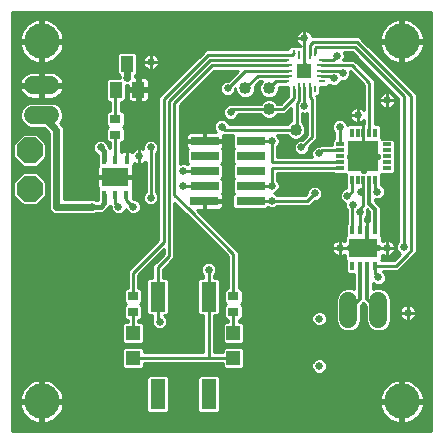
<source format=gtl>
G75*
%MOIN*%
%OFA0B0*%
%FSLAX25Y25*%
%IPPOS*%
%LPD*%
%AMOC8*
5,1,8,0,0,1.08239X$1,22.5*
%
%ADD10C,0.00000*%
%ADD11R,0.09055X0.05906*%
%ADD12R,0.01811X0.02795*%
%ADD13R,0.09843X0.09843*%
%ADD14R,0.01181X0.02953*%
%ADD15R,0.02953X0.01181*%
%ADD16R,0.09449X0.06102*%
%ADD17R,0.01378X0.02559*%
%ADD18OC8,0.08500*%
%ADD19R,0.03937X0.05512*%
%ADD20R,0.03543X0.02756*%
%ADD21C,0.05906*%
%ADD22R,0.05118X0.05118*%
%ADD23R,0.03150X0.00984*%
%ADD24R,0.00984X0.03150*%
%ADD25R,0.00984X0.02165*%
%ADD26R,0.02165X0.00984*%
%ADD27C,0.04000*%
%ADD28R,0.09449X0.02992*%
%ADD29R,0.04724X0.04724*%
%ADD30R,0.05000X0.10000*%
%ADD31C,0.02559*%
%ADD32C,0.01772*%
%ADD33C,0.02362*%
%ADD34C,0.11811*%
%ADD35C,0.00984*%
%ADD36C,0.01378*%
%ADD37C,0.01181*%
D10*
X0036492Y0045350D02*
X0156571Y0045350D01*
X0156809Y0045353D01*
X0157047Y0045361D01*
X0157284Y0045376D01*
X0157521Y0045396D01*
X0157757Y0045422D01*
X0157993Y0045453D01*
X0158228Y0045490D01*
X0158462Y0045533D01*
X0158695Y0045582D01*
X0158927Y0045636D01*
X0159157Y0045696D01*
X0159386Y0045761D01*
X0159613Y0045832D01*
X0159838Y0045908D01*
X0160061Y0045990D01*
X0160283Y0046077D01*
X0160502Y0046169D01*
X0160719Y0046267D01*
X0160933Y0046369D01*
X0161145Y0046477D01*
X0161355Y0046591D01*
X0161561Y0046709D01*
X0161765Y0046832D01*
X0161965Y0046960D01*
X0162162Y0047092D01*
X0162357Y0047230D01*
X0162547Y0047372D01*
X0162735Y0047519D01*
X0162918Y0047670D01*
X0163098Y0047825D01*
X0163274Y0047985D01*
X0163446Y0048149D01*
X0163615Y0048318D01*
X0163779Y0048490D01*
X0163939Y0048666D01*
X0164094Y0048846D01*
X0164245Y0049029D01*
X0164392Y0049217D01*
X0164534Y0049407D01*
X0164672Y0049602D01*
X0164804Y0049799D01*
X0164932Y0049999D01*
X0165055Y0050203D01*
X0165173Y0050409D01*
X0165287Y0050619D01*
X0165395Y0050831D01*
X0165497Y0051045D01*
X0165595Y0051262D01*
X0165687Y0051481D01*
X0165774Y0051703D01*
X0165856Y0051926D01*
X0165932Y0052151D01*
X0166003Y0052378D01*
X0166068Y0052607D01*
X0166128Y0052837D01*
X0166182Y0053069D01*
X0166231Y0053302D01*
X0166274Y0053536D01*
X0166311Y0053771D01*
X0166342Y0054007D01*
X0166368Y0054243D01*
X0166388Y0054480D01*
X0166403Y0054717D01*
X0166411Y0054955D01*
X0166414Y0055193D01*
X0166413Y0055193D02*
X0166413Y0175272D01*
X0166398Y0175522D01*
X0166377Y0175771D01*
X0166350Y0176019D01*
X0166318Y0176267D01*
X0166279Y0176514D01*
X0166234Y0176760D01*
X0166183Y0177005D01*
X0166126Y0177248D01*
X0166064Y0177490D01*
X0165995Y0177731D01*
X0165921Y0177970D01*
X0165841Y0178207D01*
X0165755Y0178441D01*
X0165664Y0178674D01*
X0165567Y0178905D01*
X0165465Y0179133D01*
X0165357Y0179358D01*
X0165244Y0179581D01*
X0165125Y0179801D01*
X0165001Y0180018D01*
X0164872Y0180232D01*
X0164737Y0180443D01*
X0164598Y0180651D01*
X0164454Y0180855D01*
X0164304Y0181056D01*
X0164150Y0181252D01*
X0163992Y0181446D01*
X0163828Y0181635D01*
X0163660Y0181820D01*
X0163488Y0182001D01*
X0163311Y0182178D01*
X0163130Y0182351D01*
X0162945Y0182519D01*
X0162756Y0182683D01*
X0162564Y0182842D01*
X0162367Y0182996D01*
X0162166Y0183146D01*
X0161963Y0183290D01*
X0161755Y0183430D01*
X0161545Y0183565D01*
X0161331Y0183694D01*
X0161114Y0183818D01*
X0160894Y0183937D01*
X0160671Y0184051D01*
X0160446Y0184159D01*
X0160218Y0184262D01*
X0159988Y0184359D01*
X0159755Y0184451D01*
X0159520Y0184537D01*
X0159283Y0184617D01*
X0159045Y0184692D01*
X0158804Y0184761D01*
X0158562Y0184824D01*
X0158319Y0184881D01*
X0158074Y0184932D01*
X0157828Y0184977D01*
X0157582Y0185016D01*
X0157334Y0185050D01*
X0157085Y0185077D01*
X0156836Y0185098D01*
X0156587Y0185114D01*
X0156337Y0185123D01*
X0156087Y0185126D01*
X0155837Y0185123D01*
X0155587Y0185114D01*
X0036492Y0185114D01*
X0036492Y0185115D02*
X0036254Y0185112D01*
X0036016Y0185104D01*
X0035779Y0185089D01*
X0035542Y0185069D01*
X0035306Y0185043D01*
X0035070Y0185012D01*
X0034835Y0184975D01*
X0034601Y0184932D01*
X0034368Y0184883D01*
X0034136Y0184829D01*
X0033906Y0184769D01*
X0033677Y0184704D01*
X0033450Y0184633D01*
X0033225Y0184557D01*
X0033002Y0184475D01*
X0032780Y0184388D01*
X0032561Y0184296D01*
X0032344Y0184198D01*
X0032130Y0184096D01*
X0031918Y0183988D01*
X0031708Y0183874D01*
X0031502Y0183756D01*
X0031298Y0183633D01*
X0031098Y0183505D01*
X0030901Y0183373D01*
X0030706Y0183235D01*
X0030516Y0183093D01*
X0030328Y0182946D01*
X0030145Y0182795D01*
X0029965Y0182640D01*
X0029789Y0182480D01*
X0029617Y0182316D01*
X0029448Y0182147D01*
X0029284Y0181975D01*
X0029124Y0181799D01*
X0028969Y0181619D01*
X0028818Y0181436D01*
X0028671Y0181248D01*
X0028529Y0181058D01*
X0028391Y0180863D01*
X0028259Y0180666D01*
X0028131Y0180466D01*
X0028008Y0180262D01*
X0027890Y0180056D01*
X0027776Y0179846D01*
X0027668Y0179634D01*
X0027566Y0179420D01*
X0027468Y0179203D01*
X0027376Y0178984D01*
X0027289Y0178762D01*
X0027207Y0178539D01*
X0027131Y0178314D01*
X0027060Y0178087D01*
X0026995Y0177858D01*
X0026935Y0177628D01*
X0026881Y0177396D01*
X0026832Y0177163D01*
X0026789Y0176929D01*
X0026752Y0176694D01*
X0026721Y0176458D01*
X0026695Y0176222D01*
X0026675Y0175985D01*
X0026660Y0175748D01*
X0026652Y0175510D01*
X0026649Y0175272D01*
X0026650Y0175272D02*
X0026650Y0055193D01*
X0026649Y0055193D02*
X0026652Y0054955D01*
X0026660Y0054717D01*
X0026675Y0054480D01*
X0026695Y0054243D01*
X0026721Y0054007D01*
X0026752Y0053771D01*
X0026789Y0053536D01*
X0026832Y0053302D01*
X0026881Y0053069D01*
X0026935Y0052837D01*
X0026995Y0052607D01*
X0027060Y0052378D01*
X0027131Y0052151D01*
X0027207Y0051926D01*
X0027289Y0051703D01*
X0027376Y0051481D01*
X0027468Y0051262D01*
X0027566Y0051045D01*
X0027668Y0050831D01*
X0027776Y0050619D01*
X0027890Y0050409D01*
X0028008Y0050203D01*
X0028131Y0049999D01*
X0028259Y0049799D01*
X0028391Y0049602D01*
X0028529Y0049407D01*
X0028671Y0049217D01*
X0028818Y0049029D01*
X0028969Y0048846D01*
X0029124Y0048666D01*
X0029284Y0048490D01*
X0029448Y0048318D01*
X0029617Y0048149D01*
X0029789Y0047985D01*
X0029965Y0047825D01*
X0030145Y0047670D01*
X0030328Y0047519D01*
X0030516Y0047372D01*
X0030706Y0047230D01*
X0030901Y0047092D01*
X0031098Y0046960D01*
X0031298Y0046832D01*
X0031502Y0046709D01*
X0031708Y0046591D01*
X0031918Y0046477D01*
X0032130Y0046369D01*
X0032344Y0046267D01*
X0032561Y0046169D01*
X0032780Y0046077D01*
X0033002Y0045990D01*
X0033225Y0045908D01*
X0033450Y0045832D01*
X0033677Y0045761D01*
X0033906Y0045696D01*
X0034136Y0045636D01*
X0034368Y0045582D01*
X0034601Y0045533D01*
X0034835Y0045490D01*
X0035070Y0045453D01*
X0035306Y0045422D01*
X0035542Y0045396D01*
X0035779Y0045376D01*
X0036016Y0045361D01*
X0036254Y0045353D01*
X0036492Y0045350D01*
D11*
X0061098Y0129996D03*
D12*
X0061098Y0124169D03*
X0057398Y0124169D03*
X0064799Y0124169D03*
X0064839Y0135823D03*
X0061098Y0135823D03*
X0057358Y0135823D03*
D13*
X0143776Y0136925D03*
X0143776Y0136925D03*
D14*
X0143776Y0129051D03*
X0145744Y0129051D03*
X0147713Y0129051D03*
X0141807Y0129051D03*
X0139839Y0129051D03*
X0139839Y0144799D03*
X0141807Y0144799D03*
X0143776Y0144799D03*
X0145744Y0144799D03*
X0147713Y0144799D03*
D15*
X0151650Y0140862D03*
X0151650Y0138894D03*
X0151650Y0136925D03*
X0151650Y0134957D03*
X0151650Y0132988D03*
X0135902Y0132988D03*
X0135902Y0134957D03*
X0135902Y0136925D03*
X0135902Y0138894D03*
X0135902Y0140862D03*
D16*
X0143776Y0106374D03*
D17*
X0145055Y0112476D03*
X0147614Y0112476D03*
X0142496Y0112476D03*
X0139937Y0112476D03*
X0139937Y0100272D03*
X0142496Y0100272D03*
X0145055Y0100272D03*
X0147614Y0100272D03*
D18*
X0032555Y0126059D03*
X0032555Y0138854D03*
D19*
X0061295Y0159130D03*
X0068776Y0159130D03*
X0065035Y0167791D03*
D20*
X0061098Y0149287D03*
X0061098Y0144169D03*
X0067004Y0090232D03*
X0067004Y0085114D03*
X0100469Y0085114D03*
X0100469Y0090232D03*
D21*
X0138776Y0088657D02*
X0138776Y0082752D01*
X0148776Y0082752D02*
X0148776Y0088657D01*
X0039445Y0150587D02*
X0033539Y0150587D01*
X0033539Y0160587D02*
X0039445Y0160587D01*
D22*
X0124091Y0165429D03*
D23*
X0118579Y0165429D03*
X0118579Y0163657D03*
X0118579Y0167201D03*
X0129602Y0167201D03*
X0129602Y0165429D03*
X0129602Y0163657D03*
D24*
X0125862Y0159917D03*
X0124091Y0159917D03*
X0122319Y0159917D03*
X0122319Y0170744D03*
X0124091Y0170744D03*
X0125862Y0170744D03*
D25*
X0127634Y0171256D03*
X0120547Y0171256D03*
X0120547Y0159445D03*
X0127634Y0159445D03*
D26*
X0130075Y0161886D03*
X0130075Y0168972D03*
X0118106Y0168972D03*
X0118106Y0161886D03*
D27*
X0112280Y0159524D03*
X0112280Y0152634D03*
X0104406Y0159524D03*
X0121138Y0145744D03*
D28*
X0106177Y0141965D03*
X0106177Y0136965D03*
X0106177Y0131965D03*
X0106177Y0126965D03*
X0106138Y0121965D03*
X0090803Y0121965D03*
X0090823Y0126965D03*
X0090823Y0131965D03*
X0090823Y0136965D03*
X0090823Y0141965D03*
D29*
X0100469Y0078028D03*
X0100469Y0069760D03*
X0067004Y0069760D03*
X0067004Y0078028D03*
D30*
X0075236Y0090150D03*
X0092236Y0090150D03*
X0092236Y0057638D03*
X0075236Y0057638D03*
D31*
X0075862Y0081768D03*
X0092236Y0099126D03*
X0072909Y0123106D03*
X0067004Y0120154D03*
X0062083Y0120154D03*
X0053224Y0120154D03*
X0056177Y0139839D03*
X0068972Y0136886D03*
X0072909Y0139839D03*
X0083736Y0131965D03*
X0083736Y0127043D03*
X0096531Y0146728D03*
X0099484Y0151650D03*
X0098500Y0159524D03*
X0113264Y0141965D03*
X0123106Y0139839D03*
X0129012Y0137870D03*
X0135902Y0146728D03*
X0141807Y0150665D03*
X0151650Y0155587D03*
X0136886Y0164642D03*
X0133925Y0162870D03*
X0134917Y0170350D03*
X0124091Y0176256D03*
X0124091Y0153618D03*
X0113264Y0127043D03*
X0113264Y0122122D03*
X0127535Y0124583D03*
X0138461Y0123697D03*
X0140236Y0120740D03*
X0142496Y0118181D03*
X0143087Y0125075D03*
X0148402Y0125075D03*
X0151650Y0106374D03*
X0157222Y0106707D03*
X0148697Y0096531D03*
X0158539Y0084720D03*
X0135902Y0106374D03*
X0129012Y0082752D03*
X0129012Y0067004D03*
X0065035Y0163067D03*
X0072909Y0168382D03*
D32*
X0056177Y0139839D02*
X0057358Y0138657D01*
X0057358Y0135823D01*
X0057398Y0124169D02*
X0057398Y0121374D01*
X0056177Y0120154D01*
X0053224Y0120154D01*
X0128776Y0082988D02*
X0129012Y0082752D01*
X0128776Y0067240D02*
X0129012Y0067004D01*
D33*
X0053224Y0120154D02*
X0041413Y0120154D01*
X0041413Y0145665D01*
X0036492Y0150587D01*
X0065035Y0163067D02*
X0065035Y0167791D01*
D34*
X0036492Y0175272D03*
X0036492Y0055193D03*
X0156571Y0055193D03*
X0156571Y0175272D03*
D35*
X0166413Y0045350D02*
X0026650Y0045350D01*
X0026650Y0185114D01*
X0166413Y0185114D01*
X0166413Y0045350D01*
X0026650Y0045350D01*
X0026650Y0046333D02*
X0166413Y0046333D01*
X0166413Y0047316D02*
X0026650Y0047316D01*
X0026650Y0048299D02*
X0033805Y0048299D01*
X0034109Y0048173D02*
X0035046Y0047922D01*
X0036000Y0047796D01*
X0036000Y0054701D01*
X0029095Y0054701D01*
X0029221Y0053747D01*
X0029472Y0052810D01*
X0029843Y0051914D01*
X0030328Y0051074D01*
X0030918Y0050305D01*
X0031604Y0049619D01*
X0032373Y0049029D01*
X0033213Y0048544D01*
X0034109Y0048173D01*
X0036000Y0048299D02*
X0036984Y0048299D01*
X0036984Y0047796D02*
X0037938Y0047922D01*
X0038875Y0048173D01*
X0039771Y0048544D01*
X0040611Y0049029D01*
X0041380Y0049619D01*
X0042066Y0050305D01*
X0042656Y0051074D01*
X0043141Y0051914D01*
X0043512Y0052810D01*
X0043763Y0053747D01*
X0043889Y0054701D01*
X0036984Y0054701D01*
X0036984Y0047796D01*
X0036984Y0049281D02*
X0036000Y0049281D01*
X0036000Y0050264D02*
X0036984Y0050264D01*
X0036984Y0051247D02*
X0036000Y0051247D01*
X0036000Y0052230D02*
X0036984Y0052230D01*
X0036984Y0053212D02*
X0036000Y0053212D01*
X0036000Y0054195D02*
X0036984Y0054195D01*
X0036984Y0054701D02*
X0036000Y0054701D01*
X0036000Y0055685D01*
X0029095Y0055685D01*
X0029221Y0056639D01*
X0029472Y0057576D01*
X0029843Y0058472D01*
X0030328Y0059312D01*
X0030918Y0060081D01*
X0031604Y0060767D01*
X0032373Y0061357D01*
X0033213Y0061842D01*
X0034109Y0062213D01*
X0035046Y0062464D01*
X0036000Y0062590D01*
X0036000Y0055685D01*
X0036984Y0055685D01*
X0036984Y0062590D01*
X0037938Y0062464D01*
X0038875Y0062213D01*
X0039771Y0061842D01*
X0040611Y0061357D01*
X0041380Y0060767D01*
X0042066Y0060081D01*
X0042656Y0059312D01*
X0043141Y0058472D01*
X0043512Y0057576D01*
X0043763Y0056639D01*
X0043889Y0055685D01*
X0036984Y0055685D01*
X0036984Y0054701D01*
X0036984Y0055178D02*
X0071457Y0055178D01*
X0071457Y0054195D02*
X0043822Y0054195D01*
X0043620Y0053212D02*
X0071457Y0053212D01*
X0071457Y0052230D02*
X0043272Y0052230D01*
X0042756Y0051247D02*
X0150307Y0051247D01*
X0150407Y0051074D02*
X0150997Y0050305D01*
X0151683Y0049619D01*
X0152452Y0049029D01*
X0153292Y0048544D01*
X0154188Y0048173D01*
X0155125Y0047922D01*
X0156079Y0047796D01*
X0156079Y0054701D01*
X0157063Y0054701D01*
X0157063Y0055685D01*
X0163968Y0055685D01*
X0163842Y0056639D01*
X0163591Y0057576D01*
X0163220Y0058472D01*
X0162735Y0059312D01*
X0162145Y0060081D01*
X0161459Y0060767D01*
X0160690Y0061357D01*
X0159850Y0061842D01*
X0158954Y0062213D01*
X0158017Y0062464D01*
X0157063Y0062590D01*
X0157063Y0055685D01*
X0156079Y0055685D01*
X0156079Y0062590D01*
X0155125Y0062464D01*
X0154188Y0062213D01*
X0153292Y0061842D01*
X0152452Y0061357D01*
X0151683Y0060767D01*
X0150997Y0060081D01*
X0150407Y0059312D01*
X0149922Y0058472D01*
X0149551Y0057576D01*
X0149300Y0056639D01*
X0149174Y0055685D01*
X0156079Y0055685D01*
X0156079Y0054701D01*
X0149174Y0054701D01*
X0149300Y0053747D01*
X0149551Y0052810D01*
X0149922Y0051914D01*
X0150407Y0051074D01*
X0151038Y0050264D02*
X0042025Y0050264D01*
X0040940Y0049281D02*
X0152123Y0049281D01*
X0153884Y0048299D02*
X0039179Y0048299D01*
X0036000Y0055178D02*
X0026650Y0055178D01*
X0026650Y0054195D02*
X0029162Y0054195D01*
X0029364Y0053212D02*
X0026650Y0053212D01*
X0026650Y0052230D02*
X0029712Y0052230D01*
X0030228Y0051247D02*
X0026650Y0051247D01*
X0026650Y0050264D02*
X0030959Y0050264D01*
X0032044Y0049281D02*
X0026650Y0049281D01*
X0026650Y0056161D02*
X0029158Y0056161D01*
X0029356Y0057144D02*
X0026650Y0057144D01*
X0026650Y0058126D02*
X0029700Y0058126D01*
X0030211Y0059109D02*
X0026650Y0059109D01*
X0026650Y0060092D02*
X0030929Y0060092D01*
X0032005Y0061075D02*
X0026650Y0061075D01*
X0026650Y0062057D02*
X0033733Y0062057D01*
X0036000Y0062057D02*
X0036984Y0062057D01*
X0036984Y0061075D02*
X0036000Y0061075D01*
X0036000Y0060092D02*
X0036984Y0060092D01*
X0036984Y0059109D02*
X0036000Y0059109D01*
X0036000Y0058126D02*
X0036984Y0058126D01*
X0036984Y0057144D02*
X0036000Y0057144D01*
X0036000Y0056161D02*
X0036984Y0056161D01*
X0039251Y0062057D02*
X0071457Y0062057D01*
X0071457Y0061075D02*
X0040979Y0061075D01*
X0042055Y0060092D02*
X0071457Y0060092D01*
X0071457Y0059109D02*
X0042773Y0059109D01*
X0043284Y0058126D02*
X0071457Y0058126D01*
X0071457Y0057144D02*
X0043628Y0057144D01*
X0043826Y0056161D02*
X0071457Y0056161D01*
X0071457Y0052108D02*
X0072206Y0051358D01*
X0078266Y0051358D01*
X0079016Y0052108D01*
X0079016Y0063168D01*
X0078266Y0063917D01*
X0072206Y0063917D01*
X0071457Y0063168D01*
X0071457Y0052108D01*
X0079016Y0052230D02*
X0088457Y0052230D01*
X0088457Y0052108D02*
X0089206Y0051358D01*
X0095266Y0051358D01*
X0096016Y0052108D01*
X0096016Y0063168D01*
X0095266Y0063917D01*
X0089206Y0063917D01*
X0088457Y0063168D01*
X0088457Y0052108D01*
X0088457Y0053212D02*
X0079016Y0053212D01*
X0079016Y0054195D02*
X0088457Y0054195D01*
X0088457Y0055178D02*
X0079016Y0055178D01*
X0079016Y0056161D02*
X0088457Y0056161D01*
X0088457Y0057144D02*
X0079016Y0057144D01*
X0079016Y0058126D02*
X0088457Y0058126D01*
X0088457Y0059109D02*
X0079016Y0059109D01*
X0079016Y0060092D02*
X0088457Y0060092D01*
X0088457Y0061075D02*
X0079016Y0061075D01*
X0079016Y0062057D02*
X0088457Y0062057D01*
X0088457Y0063040D02*
X0079016Y0063040D01*
X0071457Y0063040D02*
X0026650Y0063040D01*
X0026650Y0064023D02*
X0166413Y0064023D01*
X0166413Y0065006D02*
X0130633Y0065006D01*
X0130461Y0064834D02*
X0131181Y0065554D01*
X0131571Y0066495D01*
X0131571Y0067513D01*
X0131181Y0068454D01*
X0130461Y0069173D01*
X0129521Y0069563D01*
X0128503Y0069563D01*
X0128123Y0069405D01*
X0127879Y0069405D01*
X0127706Y0069233D01*
X0127562Y0069173D01*
X0126842Y0068454D01*
X0126783Y0068310D01*
X0126610Y0068137D01*
X0126610Y0067893D01*
X0126453Y0067513D01*
X0126453Y0066495D01*
X0126842Y0065554D01*
X0127562Y0064834D01*
X0128503Y0064445D01*
X0129521Y0064445D01*
X0130461Y0064834D01*
X0131361Y0065988D02*
X0166413Y0065988D01*
X0166413Y0066971D02*
X0131571Y0066971D01*
X0131388Y0067954D02*
X0166413Y0067954D01*
X0166413Y0068937D02*
X0130698Y0068937D01*
X0127326Y0068937D02*
X0104110Y0068937D01*
X0104110Y0069919D02*
X0166413Y0069919D01*
X0166413Y0070902D02*
X0104110Y0070902D01*
X0104110Y0071885D02*
X0166413Y0071885D01*
X0166413Y0072868D02*
X0103895Y0072868D01*
X0104110Y0072652D02*
X0103361Y0073402D01*
X0097576Y0073402D01*
X0096827Y0072652D01*
X0096827Y0071531D01*
X0094008Y0071531D01*
X0094008Y0083870D01*
X0095266Y0083870D01*
X0096016Y0084620D01*
X0096016Y0095680D01*
X0095266Y0096429D01*
X0094008Y0096429D01*
X0094008Y0097279D01*
X0094406Y0097676D01*
X0094795Y0098617D01*
X0094795Y0099635D01*
X0094406Y0100576D01*
X0093686Y0101295D01*
X0092745Y0101685D01*
X0091727Y0101685D01*
X0090787Y0101295D01*
X0090067Y0100576D01*
X0089677Y0099635D01*
X0089677Y0098617D01*
X0090067Y0097676D01*
X0090465Y0097279D01*
X0090465Y0096429D01*
X0089206Y0096429D01*
X0088457Y0095680D01*
X0088457Y0084620D01*
X0089206Y0083870D01*
X0090465Y0083870D01*
X0090465Y0071531D01*
X0070646Y0071531D01*
X0070646Y0072652D01*
X0069896Y0073402D01*
X0064112Y0073402D01*
X0063362Y0072652D01*
X0063362Y0066868D01*
X0064112Y0066118D01*
X0069896Y0066118D01*
X0070646Y0066868D01*
X0070646Y0067988D01*
X0096827Y0067988D01*
X0096827Y0066868D01*
X0097576Y0066118D01*
X0103361Y0066118D01*
X0104110Y0066868D01*
X0104110Y0072652D01*
X0103361Y0074386D02*
X0104110Y0075135D01*
X0104110Y0080920D01*
X0103361Y0081669D01*
X0102240Y0081669D01*
X0102240Y0082457D01*
X0102770Y0082457D01*
X0103520Y0083206D01*
X0103520Y0087022D01*
X0102869Y0087673D01*
X0103520Y0088324D01*
X0103520Y0092140D01*
X0102770Y0092890D01*
X0102240Y0092890D01*
X0102240Y0105139D01*
X0088403Y0118976D01*
X0090547Y0118976D01*
X0090547Y0121709D01*
X0091059Y0121709D01*
X0091059Y0122220D01*
X0097020Y0122220D01*
X0097020Y0123657D01*
X0096918Y0124037D01*
X0096722Y0124377D01*
X0096493Y0124605D01*
X0096827Y0124938D01*
X0096827Y0128991D01*
X0096353Y0129465D01*
X0096827Y0129938D01*
X0096827Y0133991D01*
X0096353Y0134465D01*
X0096827Y0134938D01*
X0096827Y0138991D01*
X0096503Y0139314D01*
X0096741Y0139552D01*
X0096938Y0139893D01*
X0097039Y0140272D01*
X0097039Y0141709D01*
X0091079Y0141709D01*
X0091079Y0142220D01*
X0097039Y0142220D01*
X0097039Y0143657D01*
X0096955Y0143972D01*
X0100173Y0143972D01*
X0100173Y0139938D01*
X0100647Y0139465D01*
X0100173Y0138991D01*
X0100173Y0134938D01*
X0100647Y0134465D01*
X0100173Y0133991D01*
X0100173Y0129938D01*
X0100647Y0129465D01*
X0100173Y0128991D01*
X0100173Y0124938D01*
X0100627Y0124484D01*
X0100134Y0123991D01*
X0100134Y0119938D01*
X0100883Y0119189D01*
X0111392Y0119189D01*
X0112056Y0119853D01*
X0112755Y0119563D01*
X0113773Y0119563D01*
X0114713Y0119953D01*
X0115111Y0120350D01*
X0125809Y0120350D01*
X0126846Y0121388D01*
X0127482Y0122024D01*
X0128044Y0122024D01*
X0128985Y0122413D01*
X0129705Y0123133D01*
X0130094Y0124074D01*
X0130094Y0125092D01*
X0129705Y0126032D01*
X0128985Y0126752D01*
X0128044Y0127142D01*
X0127026Y0127142D01*
X0126086Y0126752D01*
X0125366Y0126032D01*
X0124976Y0125092D01*
X0124976Y0124529D01*
X0124341Y0123894D01*
X0115111Y0123894D01*
X0114713Y0124291D01*
X0114010Y0124583D01*
X0114713Y0124874D01*
X0115433Y0125594D01*
X0115823Y0126534D01*
X0115823Y0127552D01*
X0115433Y0128493D01*
X0115035Y0128891D01*
X0115035Y0131217D01*
X0133797Y0131217D01*
X0133895Y0131118D01*
X0137643Y0131118D01*
X0137660Y0131088D01*
X0137938Y0130810D01*
X0137969Y0130792D01*
X0137969Y0127045D01*
X0138067Y0126946D01*
X0138067Y0126256D01*
X0137952Y0126256D01*
X0137011Y0125866D01*
X0136291Y0125146D01*
X0135902Y0124206D01*
X0135902Y0123188D01*
X0136291Y0122247D01*
X0137011Y0121527D01*
X0137678Y0121251D01*
X0137677Y0121249D01*
X0137677Y0120231D01*
X0138067Y0119290D01*
X0138165Y0119192D01*
X0138165Y0114483D01*
X0137969Y0114286D01*
X0137969Y0110667D01*
X0138076Y0110560D01*
X0137857Y0110341D01*
X0137661Y0110001D01*
X0137559Y0109622D01*
X0137559Y0108600D01*
X0137214Y0108830D01*
X0136710Y0109039D01*
X0136175Y0109146D01*
X0135902Y0109146D01*
X0135902Y0106374D01*
X0138673Y0106374D01*
X0135902Y0106374D01*
X0135902Y0106374D01*
X0135902Y0103602D01*
X0136175Y0103602D01*
X0136710Y0103709D01*
X0137214Y0103918D01*
X0137559Y0104148D01*
X0137559Y0103126D01*
X0137661Y0102747D01*
X0137857Y0102407D01*
X0138076Y0102188D01*
X0137969Y0102081D01*
X0137969Y0098462D01*
X0138718Y0097713D01*
X0140528Y0097713D01*
X0140528Y0092513D01*
X0139617Y0092890D01*
X0137934Y0092890D01*
X0136378Y0092245D01*
X0135188Y0091055D01*
X0134543Y0089499D01*
X0134543Y0081910D01*
X0135188Y0080355D01*
X0136378Y0079164D01*
X0137934Y0078520D01*
X0139617Y0078520D01*
X0141173Y0079164D01*
X0142364Y0080355D01*
X0143008Y0081910D01*
X0143008Y0087153D01*
X0143776Y0087921D01*
X0144543Y0087153D01*
X0144543Y0081910D01*
X0145188Y0080355D01*
X0146378Y0079164D01*
X0147934Y0078520D01*
X0149617Y0078520D01*
X0151173Y0079164D01*
X0152364Y0080355D01*
X0153008Y0081910D01*
X0153008Y0089499D01*
X0152364Y0091055D01*
X0151173Y0092245D01*
X0149617Y0092890D01*
X0147934Y0092890D01*
X0147024Y0092513D01*
X0147024Y0094586D01*
X0147247Y0094362D01*
X0148188Y0093972D01*
X0149206Y0093972D01*
X0150146Y0094362D01*
X0150866Y0095082D01*
X0151256Y0096022D01*
X0151256Y0097041D01*
X0150866Y0097981D01*
X0150151Y0098697D01*
X0155336Y0098697D01*
X0156374Y0099735D01*
X0159016Y0102376D01*
X0160515Y0103876D01*
X0161553Y0104913D01*
X0161553Y0157584D01*
X0160515Y0158622D01*
X0143328Y0175809D01*
X0142291Y0176846D01*
X0126799Y0176846D01*
X0126756Y0177064D01*
X0126547Y0177569D01*
X0126243Y0178023D01*
X0125857Y0178409D01*
X0125403Y0178712D01*
X0124899Y0178921D01*
X0124364Y0179028D01*
X0124091Y0179028D01*
X0124091Y0176256D01*
X0124090Y0176256D01*
X0124090Y0176256D01*
X0121319Y0176256D01*
X0121319Y0176529D01*
X0121425Y0177064D01*
X0121634Y0177569D01*
X0121938Y0178023D01*
X0122324Y0178409D01*
X0122778Y0178712D01*
X0123282Y0178921D01*
X0123818Y0179028D01*
X0124090Y0179028D01*
X0124090Y0176256D01*
X0121319Y0176256D01*
X0121319Y0175983D01*
X0121425Y0175447D01*
X0121634Y0174943D01*
X0121938Y0174489D01*
X0122324Y0174103D01*
X0122778Y0173800D01*
X0123011Y0173703D01*
X0122830Y0173598D01*
X0121589Y0173598D01*
X0121569Y0173618D01*
X0119525Y0173618D01*
X0118776Y0172869D01*
X0118776Y0172516D01*
X0091180Y0172516D01*
X0090143Y0171478D01*
X0076506Y0157842D01*
X0075469Y0156804D01*
X0075469Y0109076D01*
X0065232Y0098840D01*
X0065232Y0092890D01*
X0064702Y0092890D01*
X0063953Y0092140D01*
X0063953Y0088324D01*
X0064604Y0087673D01*
X0063953Y0087022D01*
X0063953Y0083206D01*
X0064702Y0082457D01*
X0065232Y0082457D01*
X0065232Y0081669D01*
X0064112Y0081669D01*
X0063362Y0080920D01*
X0063362Y0075135D01*
X0064112Y0074386D01*
X0069896Y0074386D01*
X0070646Y0075135D01*
X0070646Y0080920D01*
X0069896Y0081669D01*
X0068776Y0081669D01*
X0068776Y0082457D01*
X0069306Y0082457D01*
X0070055Y0083206D01*
X0070055Y0087022D01*
X0069404Y0087673D01*
X0070055Y0088324D01*
X0070055Y0092140D01*
X0069306Y0092890D01*
X0068776Y0092890D01*
X0068776Y0097372D01*
X0077240Y0105837D01*
X0077240Y0104352D01*
X0074502Y0101614D01*
X0073465Y0100576D01*
X0073465Y0096429D01*
X0072206Y0096429D01*
X0071457Y0095680D01*
X0071457Y0084620D01*
X0072206Y0083870D01*
X0073465Y0083870D01*
X0073465Y0082666D01*
X0073303Y0082277D01*
X0073303Y0081259D01*
X0073693Y0080318D01*
X0074413Y0079598D01*
X0075353Y0079209D01*
X0076371Y0079209D01*
X0077312Y0079598D01*
X0078032Y0080318D01*
X0078421Y0081259D01*
X0078421Y0082277D01*
X0078032Y0083217D01*
X0077379Y0083870D01*
X0078266Y0083870D01*
X0079016Y0084620D01*
X0079016Y0095680D01*
X0078266Y0096429D01*
X0077008Y0096429D01*
X0077008Y0099109D01*
X0079746Y0101846D01*
X0080783Y0102884D01*
X0080783Y0121449D01*
X0084815Y0117417D01*
X0084951Y0117417D01*
X0098697Y0103672D01*
X0098697Y0092890D01*
X0098167Y0092890D01*
X0097417Y0092140D01*
X0097417Y0088324D01*
X0098068Y0087673D01*
X0097417Y0087022D01*
X0097417Y0083206D01*
X0098167Y0082457D01*
X0098697Y0082457D01*
X0098697Y0081669D01*
X0097576Y0081669D01*
X0096827Y0080920D01*
X0096827Y0075135D01*
X0097576Y0074386D01*
X0103361Y0074386D01*
X0103808Y0074833D02*
X0166413Y0074833D01*
X0166413Y0073851D02*
X0094008Y0073851D01*
X0094008Y0074833D02*
X0097129Y0074833D01*
X0096827Y0075816D02*
X0094008Y0075816D01*
X0094008Y0076799D02*
X0096827Y0076799D01*
X0096827Y0077782D02*
X0094008Y0077782D01*
X0094008Y0078764D02*
X0096827Y0078764D01*
X0096827Y0079747D02*
X0094008Y0079747D01*
X0094008Y0080730D02*
X0096827Y0080730D01*
X0098697Y0081713D02*
X0094008Y0081713D01*
X0094008Y0082695D02*
X0097928Y0082695D01*
X0097417Y0083678D02*
X0094008Y0083678D01*
X0096016Y0084661D02*
X0097417Y0084661D01*
X0097417Y0085644D02*
X0096016Y0085644D01*
X0096016Y0086626D02*
X0097417Y0086626D01*
X0098004Y0087609D02*
X0096016Y0087609D01*
X0096016Y0088592D02*
X0097417Y0088592D01*
X0097417Y0089575D02*
X0096016Y0089575D01*
X0096016Y0090558D02*
X0097417Y0090558D01*
X0097417Y0091540D02*
X0096016Y0091540D01*
X0096016Y0092523D02*
X0097800Y0092523D01*
X0098697Y0093506D02*
X0096016Y0093506D01*
X0096016Y0094489D02*
X0098697Y0094489D01*
X0098697Y0095471D02*
X0096016Y0095471D01*
X0094008Y0096454D02*
X0098697Y0096454D01*
X0098697Y0097437D02*
X0094166Y0097437D01*
X0094714Y0098420D02*
X0098697Y0098420D01*
X0098697Y0099402D02*
X0094795Y0099402D01*
X0094485Y0100385D02*
X0098697Y0100385D01*
X0098697Y0101368D02*
X0093511Y0101368D01*
X0090962Y0101368D02*
X0079267Y0101368D01*
X0079746Y0101846D02*
X0079746Y0101846D01*
X0080250Y0102351D02*
X0098697Y0102351D01*
X0098697Y0103333D02*
X0080783Y0103333D01*
X0080783Y0104316D02*
X0098052Y0104316D01*
X0097070Y0105299D02*
X0080783Y0105299D01*
X0080783Y0106282D02*
X0096087Y0106282D01*
X0095104Y0107264D02*
X0080783Y0107264D01*
X0080783Y0108247D02*
X0094121Y0108247D01*
X0093139Y0109230D02*
X0080783Y0109230D01*
X0080783Y0110213D02*
X0092156Y0110213D01*
X0091173Y0111196D02*
X0080783Y0111196D01*
X0080783Y0112178D02*
X0090190Y0112178D01*
X0089207Y0113161D02*
X0080783Y0113161D01*
X0080783Y0114144D02*
X0088225Y0114144D01*
X0087242Y0115127D02*
X0080783Y0115127D01*
X0080783Y0116109D02*
X0086259Y0116109D01*
X0085276Y0117092D02*
X0080783Y0117092D01*
X0080783Y0118075D02*
X0084157Y0118075D01*
X0083175Y0119058D02*
X0080783Y0119058D01*
X0080783Y0120040D02*
X0082192Y0120040D01*
X0081209Y0121023D02*
X0080783Y0121023D01*
X0080783Y0123954D02*
X0085549Y0119189D01*
X0085685Y0119189D01*
X0100469Y0104406D01*
X0100469Y0090232D01*
X0102240Y0093506D02*
X0140528Y0093506D01*
X0140528Y0094489D02*
X0102240Y0094489D01*
X0102240Y0095471D02*
X0140528Y0095471D01*
X0140528Y0096454D02*
X0102240Y0096454D01*
X0102240Y0097437D02*
X0140528Y0097437D01*
X0138011Y0098420D02*
X0102240Y0098420D01*
X0102240Y0099402D02*
X0137969Y0099402D01*
X0137969Y0100385D02*
X0102240Y0100385D01*
X0102240Y0101368D02*
X0137969Y0101368D01*
X0137913Y0102351D02*
X0102240Y0102351D01*
X0102240Y0103333D02*
X0137559Y0103333D01*
X0135902Y0103602D02*
X0135902Y0106374D01*
X0135902Y0106374D01*
X0135902Y0106374D01*
X0135902Y0109146D01*
X0135629Y0109146D01*
X0135093Y0109039D01*
X0134589Y0108830D01*
X0134135Y0108527D01*
X0133749Y0108141D01*
X0133445Y0107687D01*
X0133236Y0107182D01*
X0133130Y0106647D01*
X0133130Y0106374D01*
X0133130Y0106101D01*
X0133236Y0105566D01*
X0133445Y0105061D01*
X0133749Y0104607D01*
X0134135Y0104221D01*
X0134589Y0103918D01*
X0135093Y0103709D01*
X0135629Y0103602D01*
X0135902Y0103602D01*
X0135902Y0104316D02*
X0135902Y0104316D01*
X0135902Y0105299D02*
X0135902Y0105299D01*
X0135902Y0106282D02*
X0135902Y0106282D01*
X0135901Y0106374D02*
X0133130Y0106374D01*
X0135901Y0106374D01*
X0135901Y0106374D01*
X0135902Y0107264D02*
X0135902Y0107264D01*
X0135902Y0108247D02*
X0135902Y0108247D01*
X0137559Y0109230D02*
X0098149Y0109230D01*
X0097167Y0110213D02*
X0137783Y0110213D01*
X0137969Y0111196D02*
X0096184Y0111196D01*
X0095201Y0112178D02*
X0137969Y0112178D01*
X0137969Y0113161D02*
X0094218Y0113161D01*
X0093236Y0114144D02*
X0137969Y0114144D01*
X0138165Y0115127D02*
X0092253Y0115127D01*
X0091270Y0116109D02*
X0138165Y0116109D01*
X0138165Y0117092D02*
X0090287Y0117092D01*
X0089305Y0118075D02*
X0138165Y0118075D01*
X0138165Y0119058D02*
X0096027Y0119058D01*
X0096103Y0119078D02*
X0096444Y0119275D01*
X0096722Y0119552D01*
X0096918Y0119893D01*
X0097020Y0120272D01*
X0097020Y0121709D01*
X0091059Y0121709D01*
X0091059Y0118976D01*
X0095724Y0118976D01*
X0096103Y0119078D01*
X0096958Y0120040D02*
X0100134Y0120040D01*
X0100134Y0121023D02*
X0097020Y0121023D01*
X0097020Y0122989D02*
X0100134Y0122989D01*
X0100134Y0123971D02*
X0096935Y0123971D01*
X0096827Y0124954D02*
X0100173Y0124954D01*
X0100173Y0125937D02*
X0096827Y0125937D01*
X0096827Y0126920D02*
X0100173Y0126920D01*
X0100173Y0127903D02*
X0096827Y0127903D01*
X0096827Y0128885D02*
X0100173Y0128885D01*
X0100244Y0129868D02*
X0096756Y0129868D01*
X0096827Y0130851D02*
X0100173Y0130851D01*
X0100173Y0131834D02*
X0096827Y0131834D01*
X0096827Y0132816D02*
X0100173Y0132816D01*
X0100173Y0133799D02*
X0096827Y0133799D01*
X0096670Y0134782D02*
X0100330Y0134782D01*
X0100173Y0135765D02*
X0096827Y0135765D01*
X0096827Y0136747D02*
X0100173Y0136747D01*
X0100173Y0137730D02*
X0096827Y0137730D01*
X0096827Y0138713D02*
X0100173Y0138713D01*
X0100416Y0139696D02*
X0096824Y0139696D01*
X0097039Y0140678D02*
X0100173Y0140678D01*
X0100173Y0141661D02*
X0097039Y0141661D01*
X0097039Y0142644D02*
X0100173Y0142644D01*
X0100173Y0143627D02*
X0097039Y0143627D01*
X0097516Y0145744D02*
X0121138Y0145744D01*
X0121531Y0146138D01*
X0121531Y0154678D01*
X0122319Y0155466D01*
X0122319Y0159917D01*
X0124091Y0159917D02*
X0124091Y0153618D01*
X0124878Y0151174D02*
X0124878Y0144116D01*
X0123160Y0142398D01*
X0122597Y0142398D01*
X0121657Y0142008D01*
X0120937Y0141288D01*
X0120547Y0140348D01*
X0120547Y0139330D01*
X0120937Y0138389D01*
X0121657Y0137669D01*
X0122597Y0137280D01*
X0123615Y0137280D01*
X0124556Y0137669D01*
X0125276Y0138389D01*
X0125665Y0139330D01*
X0125665Y0139892D01*
X0127383Y0141610D01*
X0127383Y0141610D01*
X0128421Y0142648D01*
X0128421Y0156714D01*
X0128053Y0157083D01*
X0128656Y0157083D01*
X0129405Y0157832D01*
X0129405Y0160114D01*
X0131687Y0160114D01*
X0132375Y0160801D01*
X0132475Y0160701D01*
X0133416Y0160311D01*
X0134434Y0160311D01*
X0135374Y0160701D01*
X0136094Y0161420D01*
X0136370Y0162086D01*
X0136377Y0162083D01*
X0137395Y0162083D01*
X0138335Y0162472D01*
X0139055Y0163192D01*
X0139445Y0164133D01*
X0139445Y0165151D01*
X0139349Y0165381D01*
X0143972Y0160758D01*
X0143972Y0152413D01*
X0143960Y0152432D01*
X0143574Y0152818D01*
X0143120Y0153122D01*
X0142616Y0153330D01*
X0142080Y0153437D01*
X0141807Y0153437D01*
X0141534Y0153437D01*
X0140999Y0153330D01*
X0140494Y0153122D01*
X0140040Y0152818D01*
X0139654Y0152432D01*
X0139351Y0151978D01*
X0139142Y0151474D01*
X0139035Y0150938D01*
X0139035Y0150665D01*
X0139035Y0150392D01*
X0139142Y0149857D01*
X0139351Y0149352D01*
X0139654Y0148899D01*
X0140040Y0148512D01*
X0140494Y0148209D01*
X0140999Y0148000D01*
X0141534Y0147894D01*
X0141807Y0147894D01*
X0141807Y0150665D01*
X0141807Y0150665D01*
X0141807Y0147894D01*
X0142080Y0147894D01*
X0142616Y0148000D01*
X0143120Y0148209D01*
X0143574Y0148512D01*
X0143960Y0148899D01*
X0143972Y0148917D01*
X0143972Y0147768D01*
X0143776Y0147768D01*
X0143776Y0144799D01*
X0143776Y0141831D01*
X0144268Y0141831D01*
X0144268Y0137417D01*
X0148894Y0137417D01*
X0148894Y0136433D01*
X0144268Y0136433D01*
X0144268Y0137417D01*
X0143283Y0137417D01*
X0138657Y0137417D01*
X0138657Y0136433D01*
X0143283Y0136433D01*
X0143283Y0137417D01*
X0143283Y0141831D01*
X0143776Y0141831D01*
X0143776Y0144799D01*
X0143776Y0144799D01*
X0143776Y0144799D01*
X0143776Y0147768D01*
X0142989Y0147768D01*
X0142609Y0147666D01*
X0142417Y0147555D01*
X0138718Y0147555D01*
X0138443Y0147280D01*
X0138071Y0148178D01*
X0137351Y0148898D01*
X0136411Y0149287D01*
X0135393Y0149287D01*
X0134452Y0148898D01*
X0133732Y0148178D01*
X0133343Y0147237D01*
X0133343Y0146219D01*
X0133732Y0145279D01*
X0134130Y0144881D01*
X0134130Y0142732D01*
X0133895Y0142732D01*
X0133146Y0141983D01*
X0133146Y0140626D01*
X0129262Y0140626D01*
X0129065Y0140429D01*
X0128503Y0140429D01*
X0127562Y0140040D01*
X0126842Y0139320D01*
X0126453Y0138379D01*
X0126453Y0137361D01*
X0126731Y0136689D01*
X0115035Y0136689D01*
X0115035Y0140117D01*
X0115433Y0140515D01*
X0115823Y0141456D01*
X0115823Y0142474D01*
X0115433Y0143414D01*
X0114875Y0143972D01*
X0118322Y0143972D01*
X0118358Y0143886D01*
X0119280Y0142964D01*
X0120485Y0142465D01*
X0121790Y0142465D01*
X0122995Y0142964D01*
X0123918Y0143886D01*
X0124417Y0145092D01*
X0124417Y0146396D01*
X0123918Y0147602D01*
X0123303Y0148217D01*
X0123303Y0151174D01*
X0123582Y0151059D01*
X0124600Y0151059D01*
X0124878Y0151174D01*
X0124878Y0150506D02*
X0123303Y0150506D01*
X0123303Y0149523D02*
X0124878Y0149523D01*
X0124878Y0148541D02*
X0123303Y0148541D01*
X0123936Y0147558D02*
X0124878Y0147558D01*
X0124878Y0146575D02*
X0124343Y0146575D01*
X0124417Y0145592D02*
X0124878Y0145592D01*
X0124878Y0144609D02*
X0124218Y0144609D01*
X0124389Y0143627D02*
X0123658Y0143627D01*
X0123406Y0142644D02*
X0122223Y0142644D01*
X0121310Y0141661D02*
X0115823Y0141661D01*
X0115752Y0142644D02*
X0120052Y0142644D01*
X0118617Y0143627D02*
X0115221Y0143627D01*
X0113264Y0141965D02*
X0113264Y0134917D01*
X0135862Y0134917D01*
X0135902Y0134957D01*
X0135902Y0132988D02*
X0113264Y0132988D01*
X0113264Y0127043D01*
X0106256Y0127043D01*
X0106177Y0126965D01*
X0106098Y0127043D01*
X0106295Y0122122D02*
X0113264Y0122122D01*
X0125075Y0122122D01*
X0127535Y0124583D01*
X0126491Y0126920D02*
X0115823Y0126920D01*
X0115678Y0127903D02*
X0137969Y0127903D01*
X0137969Y0128885D02*
X0115041Y0128885D01*
X0115035Y0129868D02*
X0137969Y0129868D01*
X0137897Y0130851D02*
X0115035Y0130851D01*
X0115575Y0125937D02*
X0125327Y0125937D01*
X0124976Y0124954D02*
X0114794Y0124954D01*
X0115033Y0123971D02*
X0124419Y0123971D01*
X0126481Y0121023D02*
X0137677Y0121023D01*
X0137756Y0120040D02*
X0114801Y0120040D01*
X0106295Y0122122D02*
X0106138Y0121965D01*
X0100134Y0122006D02*
X0091059Y0122006D01*
X0091059Y0121023D02*
X0090547Y0121023D01*
X0090547Y0120040D02*
X0091059Y0120040D01*
X0091059Y0119058D02*
X0090547Y0119058D01*
X0090823Y0126965D02*
X0090744Y0127043D01*
X0083736Y0127043D01*
X0080783Y0123954D02*
X0080783Y0154602D01*
X0093382Y0167201D01*
X0118579Y0167201D01*
X0118579Y0165429D02*
X0104406Y0165429D01*
X0098500Y0159524D01*
X0096674Y0161316D02*
X0090003Y0161316D01*
X0089020Y0160334D02*
X0096066Y0160334D01*
X0095941Y0160033D02*
X0095941Y0159015D01*
X0096331Y0158074D01*
X0097050Y0157354D01*
X0097991Y0156965D01*
X0099009Y0156965D01*
X0099950Y0157354D01*
X0100669Y0158074D01*
X0101059Y0159015D01*
X0101059Y0159577D01*
X0101126Y0159644D01*
X0101126Y0158871D01*
X0101625Y0157666D01*
X0102548Y0156743D01*
X0103753Y0156244D01*
X0105058Y0156244D01*
X0106263Y0156743D01*
X0107186Y0157666D01*
X0107685Y0158871D01*
X0107685Y0160176D01*
X0107649Y0160262D01*
X0109273Y0161886D01*
X0110004Y0161886D01*
X0109499Y0161381D01*
X0109000Y0160176D01*
X0109000Y0158871D01*
X0109499Y0157666D01*
X0110422Y0156743D01*
X0111627Y0156244D01*
X0112932Y0156244D01*
X0114137Y0156743D01*
X0115060Y0157666D01*
X0115559Y0158871D01*
X0115559Y0160114D01*
X0118776Y0160114D01*
X0118776Y0156933D01*
X0116248Y0154405D01*
X0115095Y0154405D01*
X0115060Y0154492D01*
X0114137Y0155414D01*
X0112932Y0155913D01*
X0111627Y0155913D01*
X0110422Y0155414D01*
X0109499Y0154492D01*
X0109464Y0154405D01*
X0099735Y0154405D01*
X0099538Y0154209D01*
X0098975Y0154209D01*
X0098035Y0153819D01*
X0097315Y0153099D01*
X0096925Y0152159D01*
X0096925Y0151141D01*
X0097315Y0150200D01*
X0098035Y0149480D01*
X0098975Y0149091D01*
X0099993Y0149091D01*
X0100934Y0149480D01*
X0101654Y0150200D01*
X0101928Y0150862D01*
X0109464Y0150862D01*
X0109499Y0150776D01*
X0110422Y0149854D01*
X0111627Y0149354D01*
X0112932Y0149354D01*
X0114137Y0149854D01*
X0115060Y0150776D01*
X0115095Y0150862D01*
X0117716Y0150862D01*
X0119760Y0152907D01*
X0119760Y0148723D01*
X0119280Y0148524D01*
X0118358Y0147602D01*
X0118322Y0147516D01*
X0098975Y0147516D01*
X0098701Y0148178D01*
X0097981Y0148898D01*
X0097041Y0149287D01*
X0096022Y0149287D01*
X0095082Y0148898D01*
X0094362Y0148178D01*
X0093972Y0147237D01*
X0093972Y0146219D01*
X0094362Y0145279D01*
X0094688Y0144953D01*
X0091079Y0144953D01*
X0091079Y0142221D01*
X0090567Y0142221D01*
X0090567Y0144953D01*
X0085902Y0144953D01*
X0085522Y0144851D01*
X0085182Y0144655D01*
X0084904Y0144377D01*
X0084708Y0144037D01*
X0084606Y0143657D01*
X0084606Y0142220D01*
X0090567Y0142220D01*
X0090567Y0141709D01*
X0084606Y0141709D01*
X0084606Y0140272D01*
X0084708Y0139893D01*
X0084904Y0139552D01*
X0085143Y0139314D01*
X0084819Y0138991D01*
X0084819Y0134938D01*
X0085293Y0134465D01*
X0085028Y0134199D01*
X0084245Y0134524D01*
X0083227Y0134524D01*
X0082555Y0134245D01*
X0082555Y0153869D01*
X0094116Y0165429D01*
X0101900Y0165429D01*
X0098554Y0162083D01*
X0097991Y0162083D01*
X0097050Y0161693D01*
X0096331Y0160973D01*
X0095941Y0160033D01*
X0095941Y0159351D02*
X0088038Y0159351D01*
X0087055Y0158368D02*
X0096209Y0158368D01*
X0097019Y0157385D02*
X0086072Y0157385D01*
X0085089Y0156403D02*
X0103370Y0156403D01*
X0101906Y0157385D02*
X0099981Y0157385D01*
X0100791Y0158368D02*
X0101334Y0158368D01*
X0101126Y0159351D02*
X0101059Y0159351D01*
X0104406Y0159524D02*
X0108539Y0163657D01*
X0118579Y0163657D01*
X0118106Y0161886D02*
X0114642Y0161886D01*
X0112280Y0159524D01*
X0109208Y0158368D02*
X0107477Y0158368D01*
X0107685Y0159351D02*
X0109000Y0159351D01*
X0109065Y0160334D02*
X0107721Y0160334D01*
X0108704Y0161316D02*
X0109472Y0161316D01*
X0109780Y0157385D02*
X0106905Y0157385D01*
X0105441Y0156403D02*
X0111244Y0156403D01*
X0110436Y0155420D02*
X0084106Y0155420D01*
X0083124Y0154437D02*
X0109477Y0154437D01*
X0112280Y0152634D02*
X0116982Y0152634D01*
X0120547Y0156199D01*
X0120547Y0159445D01*
X0118776Y0159351D02*
X0115559Y0159351D01*
X0115351Y0158368D02*
X0118776Y0158368D01*
X0118776Y0157385D02*
X0114779Y0157385D01*
X0113315Y0156403D02*
X0118245Y0156403D01*
X0117262Y0155420D02*
X0114123Y0155420D01*
X0115082Y0154437D02*
X0116279Y0154437D01*
X0118342Y0151489D02*
X0119760Y0151489D01*
X0119760Y0152472D02*
X0119325Y0152472D01*
X0119760Y0150506D02*
X0114790Y0150506D01*
X0113340Y0149523D02*
X0119760Y0149523D01*
X0119319Y0148541D02*
X0098338Y0148541D01*
X0097991Y0149523D02*
X0082555Y0149523D01*
X0082555Y0148541D02*
X0094725Y0148541D01*
X0094105Y0147558D02*
X0082555Y0147558D01*
X0082555Y0146575D02*
X0093972Y0146575D01*
X0094232Y0145592D02*
X0082555Y0145592D01*
X0082555Y0144609D02*
X0085137Y0144609D01*
X0084606Y0143627D02*
X0082555Y0143627D01*
X0082555Y0142644D02*
X0084606Y0142644D01*
X0084606Y0141661D02*
X0082555Y0141661D01*
X0082555Y0140678D02*
X0084606Y0140678D01*
X0084822Y0139696D02*
X0082555Y0139696D01*
X0082555Y0138713D02*
X0084819Y0138713D01*
X0084819Y0137730D02*
X0082555Y0137730D01*
X0082555Y0136747D02*
X0084819Y0136747D01*
X0084819Y0135765D02*
X0082555Y0135765D01*
X0082555Y0134782D02*
X0084976Y0134782D01*
X0083736Y0131965D02*
X0090823Y0131965D01*
X0090567Y0142644D02*
X0091079Y0142644D01*
X0091079Y0143627D02*
X0090567Y0143627D01*
X0090567Y0144609D02*
X0091079Y0144609D01*
X0096531Y0146728D02*
X0097516Y0145744D01*
X0098958Y0147558D02*
X0118339Y0147558D01*
X0120684Y0140678D02*
X0115501Y0140678D01*
X0115035Y0139696D02*
X0120547Y0139696D01*
X0120803Y0138713D02*
X0115035Y0138713D01*
X0115035Y0137730D02*
X0121596Y0137730D01*
X0123106Y0139839D02*
X0126650Y0143382D01*
X0126650Y0155980D01*
X0125862Y0156768D01*
X0125862Y0159917D01*
X0128959Y0157385D02*
X0143972Y0157385D01*
X0143972Y0156403D02*
X0128421Y0156403D01*
X0128421Y0155420D02*
X0143972Y0155420D01*
X0143972Y0154437D02*
X0128421Y0154437D01*
X0128421Y0153454D02*
X0143972Y0153454D01*
X0143972Y0152472D02*
X0143921Y0152472D01*
X0141807Y0152472D02*
X0141807Y0152472D01*
X0141807Y0153437D02*
X0141807Y0150665D01*
X0139035Y0150665D01*
X0141807Y0150665D01*
X0141807Y0150665D01*
X0141807Y0150665D01*
X0141807Y0153437D01*
X0141807Y0151489D02*
X0141807Y0151489D01*
X0141807Y0150506D02*
X0141807Y0150506D01*
X0141807Y0149523D02*
X0141807Y0149523D01*
X0141807Y0148541D02*
X0141807Y0148541D01*
X0142422Y0147558D02*
X0138328Y0147558D01*
X0137708Y0148541D02*
X0140012Y0148541D01*
X0139280Y0149523D02*
X0128421Y0149523D01*
X0128421Y0148541D02*
X0134095Y0148541D01*
X0133475Y0147558D02*
X0128421Y0147558D01*
X0128421Y0146575D02*
X0133343Y0146575D01*
X0133602Y0145592D02*
X0128421Y0145592D01*
X0128421Y0144609D02*
X0134130Y0144609D01*
X0134130Y0143627D02*
X0128421Y0143627D01*
X0128417Y0142644D02*
X0133807Y0142644D01*
X0133146Y0141661D02*
X0127434Y0141661D01*
X0126452Y0140678D02*
X0133146Y0140678D01*
X0135902Y0140862D02*
X0135902Y0146728D01*
X0139035Y0150506D02*
X0128421Y0150506D01*
X0128421Y0151489D02*
X0139148Y0151489D01*
X0139694Y0152472D02*
X0128421Y0152472D01*
X0129405Y0158368D02*
X0143972Y0158368D01*
X0143972Y0159351D02*
X0129405Y0159351D01*
X0131907Y0160334D02*
X0133361Y0160334D01*
X0134489Y0160334D02*
X0143972Y0160334D01*
X0143414Y0161316D02*
X0135990Y0161316D01*
X0133925Y0162870D02*
X0133137Y0163657D01*
X0129602Y0163657D01*
X0129602Y0165429D02*
X0136098Y0165429D01*
X0136886Y0164642D01*
X0137918Y0162299D02*
X0142431Y0162299D01*
X0141449Y0163282D02*
X0139092Y0163282D01*
X0139445Y0164265D02*
X0140466Y0164265D01*
X0139483Y0165248D02*
X0139405Y0165248D01*
X0140035Y0167201D02*
X0145744Y0161492D01*
X0145744Y0144799D01*
X0143776Y0144609D02*
X0143776Y0144609D01*
X0143776Y0143627D02*
X0143776Y0143627D01*
X0143776Y0142644D02*
X0143776Y0142644D01*
X0143283Y0141661D02*
X0144268Y0141661D01*
X0144268Y0140678D02*
X0143283Y0140678D01*
X0143283Y0139696D02*
X0144268Y0139696D01*
X0144268Y0138713D02*
X0143283Y0138713D01*
X0143283Y0137730D02*
X0144268Y0137730D01*
X0144268Y0136747D02*
X0148894Y0136747D01*
X0144268Y0136433D02*
X0144268Y0131807D01*
X0143283Y0131807D01*
X0143283Y0136433D01*
X0144268Y0136433D01*
X0144268Y0135765D02*
X0143283Y0135765D01*
X0143283Y0136747D02*
X0138657Y0136747D01*
X0135902Y0138894D02*
X0135862Y0138854D01*
X0129996Y0138854D01*
X0129012Y0137870D01*
X0127218Y0139696D02*
X0125665Y0139696D01*
X0125410Y0138713D02*
X0126591Y0138713D01*
X0126453Y0137730D02*
X0124617Y0137730D01*
X0126707Y0136747D02*
X0115035Y0136747D01*
X0113264Y0141965D02*
X0106177Y0141965D01*
X0111219Y0149523D02*
X0100977Y0149523D01*
X0101780Y0150506D02*
X0109769Y0150506D01*
X0112280Y0152634D02*
X0100469Y0152634D01*
X0099484Y0151650D01*
X0097670Y0153454D02*
X0082555Y0153454D01*
X0082555Y0152472D02*
X0097055Y0152472D01*
X0096925Y0151489D02*
X0082555Y0151489D01*
X0082555Y0150506D02*
X0097188Y0150506D01*
X0098770Y0162299D02*
X0090986Y0162299D01*
X0091969Y0163282D02*
X0099753Y0163282D01*
X0100736Y0164265D02*
X0092951Y0164265D01*
X0093934Y0165248D02*
X0101718Y0165248D01*
X0092648Y0168972D02*
X0079012Y0155336D01*
X0079012Y0103618D01*
X0075236Y0099843D01*
X0075236Y0090150D01*
X0075236Y0082394D01*
X0075862Y0081768D01*
X0078248Y0082695D02*
X0090465Y0082695D01*
X0090465Y0081713D02*
X0078421Y0081713D01*
X0078202Y0080730D02*
X0090465Y0080730D01*
X0090465Y0079747D02*
X0077461Y0079747D01*
X0074264Y0079747D02*
X0070646Y0079747D01*
X0070646Y0078764D02*
X0090465Y0078764D01*
X0090465Y0077782D02*
X0070646Y0077782D01*
X0070646Y0076799D02*
X0090465Y0076799D01*
X0090465Y0075816D02*
X0070646Y0075816D01*
X0070344Y0074833D02*
X0090465Y0074833D01*
X0090465Y0073851D02*
X0026650Y0073851D01*
X0026650Y0074833D02*
X0063664Y0074833D01*
X0063362Y0075816D02*
X0026650Y0075816D01*
X0026650Y0076799D02*
X0063362Y0076799D01*
X0063362Y0077782D02*
X0026650Y0077782D01*
X0026650Y0078764D02*
X0063362Y0078764D01*
X0063362Y0079747D02*
X0026650Y0079747D01*
X0026650Y0080730D02*
X0063362Y0080730D01*
X0065232Y0081713D02*
X0026650Y0081713D01*
X0026650Y0082695D02*
X0064464Y0082695D01*
X0063953Y0083678D02*
X0026650Y0083678D01*
X0026650Y0084661D02*
X0063953Y0084661D01*
X0063953Y0085644D02*
X0026650Y0085644D01*
X0026650Y0086626D02*
X0063953Y0086626D01*
X0064540Y0087609D02*
X0026650Y0087609D01*
X0026650Y0088592D02*
X0063953Y0088592D01*
X0063953Y0089575D02*
X0026650Y0089575D01*
X0026650Y0090558D02*
X0063953Y0090558D01*
X0063953Y0091540D02*
X0026650Y0091540D01*
X0026650Y0092523D02*
X0064336Y0092523D01*
X0065232Y0093506D02*
X0026650Y0093506D01*
X0026650Y0094489D02*
X0065232Y0094489D01*
X0065232Y0095471D02*
X0026650Y0095471D01*
X0026650Y0096454D02*
X0065232Y0096454D01*
X0065232Y0097437D02*
X0026650Y0097437D01*
X0026650Y0098420D02*
X0065232Y0098420D01*
X0065795Y0099402D02*
X0026650Y0099402D01*
X0026650Y0100385D02*
X0066777Y0100385D01*
X0067760Y0101368D02*
X0026650Y0101368D01*
X0026650Y0102351D02*
X0068743Y0102351D01*
X0069726Y0103333D02*
X0026650Y0103333D01*
X0026650Y0104316D02*
X0070708Y0104316D01*
X0071691Y0105299D02*
X0026650Y0105299D01*
X0026650Y0106282D02*
X0072674Y0106282D01*
X0073657Y0107264D02*
X0026650Y0107264D01*
X0026650Y0108247D02*
X0074639Y0108247D01*
X0075469Y0109230D02*
X0026650Y0109230D01*
X0026650Y0110213D02*
X0075469Y0110213D01*
X0075469Y0111196D02*
X0026650Y0111196D01*
X0026650Y0112178D02*
X0075469Y0112178D01*
X0075469Y0113161D02*
X0026650Y0113161D01*
X0026650Y0114144D02*
X0075469Y0114144D01*
X0075469Y0115127D02*
X0026650Y0115127D01*
X0026650Y0116109D02*
X0075469Y0116109D01*
X0075469Y0117092D02*
X0026650Y0117092D01*
X0026650Y0118075D02*
X0040012Y0118075D01*
X0040020Y0118068D02*
X0040924Y0117693D01*
X0052478Y0117693D01*
X0052715Y0117594D01*
X0053733Y0117594D01*
X0054674Y0117984D01*
X0054678Y0117988D01*
X0057074Y0117988D01*
X0058343Y0119257D01*
X0059408Y0120322D01*
X0059524Y0120207D01*
X0059524Y0119645D01*
X0059913Y0118704D01*
X0060633Y0117984D01*
X0061574Y0117594D01*
X0062592Y0117594D01*
X0063532Y0117984D01*
X0064252Y0118704D01*
X0064543Y0119407D01*
X0064834Y0118704D01*
X0065554Y0117984D01*
X0066495Y0117594D01*
X0067513Y0117594D01*
X0068454Y0117984D01*
X0069173Y0118704D01*
X0069563Y0119645D01*
X0069563Y0120663D01*
X0069173Y0121603D01*
X0068454Y0122323D01*
X0067513Y0122713D01*
X0066984Y0122713D01*
X0066984Y0126097D01*
X0066869Y0126212D01*
X0067016Y0126467D01*
X0067118Y0126847D01*
X0067118Y0129504D01*
X0061591Y0129504D01*
X0061591Y0130488D01*
X0067118Y0130488D01*
X0067118Y0133145D01*
X0067016Y0133525D01*
X0066982Y0133585D01*
X0067135Y0133849D01*
X0067236Y0134229D01*
X0067236Y0134713D01*
X0067660Y0134430D01*
X0068164Y0134221D01*
X0068699Y0134114D01*
X0068972Y0134114D01*
X0068972Y0136886D01*
X0068972Y0139657D01*
X0068699Y0139657D01*
X0068164Y0139551D01*
X0067660Y0139342D01*
X0067206Y0139039D01*
X0066820Y0138653D01*
X0066660Y0138414D01*
X0066660Y0138414D01*
X0066320Y0138611D01*
X0065941Y0138713D01*
X0064839Y0138713D01*
X0064839Y0135823D01*
X0064839Y0135823D01*
X0064839Y0138713D01*
X0063737Y0138713D01*
X0063357Y0138611D01*
X0063017Y0138414D01*
X0062870Y0138268D01*
X0062870Y0141512D01*
X0063400Y0141512D01*
X0064150Y0142261D01*
X0064150Y0146077D01*
X0063498Y0146728D01*
X0064150Y0147379D01*
X0064150Y0151195D01*
X0063400Y0151945D01*
X0062870Y0151945D01*
X0062870Y0155094D01*
X0063794Y0155094D01*
X0064543Y0155844D01*
X0064543Y0160508D01*
X0065315Y0160508D01*
X0065315Y0159622D01*
X0068283Y0159622D01*
X0068283Y0158638D01*
X0065315Y0158638D01*
X0065315Y0156178D01*
X0065417Y0155798D01*
X0065613Y0155458D01*
X0065891Y0155180D01*
X0066231Y0154984D01*
X0066611Y0154882D01*
X0068283Y0154882D01*
X0068283Y0158638D01*
X0069268Y0158638D01*
X0069268Y0159622D01*
X0072236Y0159622D01*
X0072236Y0162082D01*
X0072135Y0162462D01*
X0071938Y0162802D01*
X0071660Y0163080D01*
X0071320Y0163276D01*
X0070941Y0163378D01*
X0069268Y0163378D01*
X0069268Y0159622D01*
X0068283Y0159622D01*
X0068283Y0163378D01*
X0067594Y0163378D01*
X0067594Y0163576D01*
X0067520Y0163756D01*
X0067534Y0163756D01*
X0068283Y0164505D01*
X0068283Y0171077D01*
X0067534Y0171827D01*
X0062537Y0171827D01*
X0061787Y0171077D01*
X0061787Y0164505D01*
X0062537Y0163756D01*
X0062551Y0163756D01*
X0062476Y0163576D01*
X0062476Y0163165D01*
X0058797Y0163165D01*
X0058047Y0162416D01*
X0058047Y0155844D01*
X0058797Y0155094D01*
X0059327Y0155094D01*
X0059327Y0151945D01*
X0058797Y0151945D01*
X0058047Y0151195D01*
X0058047Y0147379D01*
X0058698Y0146728D01*
X0058047Y0146077D01*
X0058047Y0142261D01*
X0058797Y0141512D01*
X0059327Y0141512D01*
X0059327Y0139751D01*
X0058736Y0140342D01*
X0058736Y0140348D01*
X0058347Y0141288D01*
X0057627Y0142008D01*
X0056686Y0142398D01*
X0055668Y0142398D01*
X0054728Y0142008D01*
X0054008Y0141288D01*
X0053618Y0140348D01*
X0053618Y0139330D01*
X0054008Y0138389D01*
X0054728Y0137669D01*
X0055173Y0137485D01*
X0055173Y0133895D01*
X0055313Y0133755D01*
X0055180Y0133525D01*
X0055079Y0133145D01*
X0055079Y0130488D01*
X0060606Y0130488D01*
X0060606Y0129504D01*
X0055079Y0129504D01*
X0055079Y0126847D01*
X0055180Y0126467D01*
X0055328Y0126212D01*
X0055213Y0126097D01*
X0055213Y0122319D01*
X0054678Y0122319D01*
X0054674Y0122323D01*
X0053733Y0122713D01*
X0052715Y0122713D01*
X0052478Y0122614D01*
X0043874Y0122614D01*
X0043874Y0146155D01*
X0043499Y0147059D01*
X0042807Y0147751D01*
X0042701Y0147857D01*
X0043033Y0148189D01*
X0043677Y0149745D01*
X0043677Y0151428D01*
X0043033Y0152984D01*
X0041842Y0154175D01*
X0040287Y0154819D01*
X0032698Y0154819D01*
X0031142Y0154175D01*
X0029951Y0152984D01*
X0029307Y0151428D01*
X0029307Y0149745D01*
X0029951Y0148189D01*
X0031142Y0146999D01*
X0032698Y0146354D01*
X0037245Y0146354D01*
X0038953Y0144646D01*
X0038953Y0119664D01*
X0039327Y0118760D01*
X0040020Y0118068D01*
X0039204Y0119058D02*
X0026650Y0119058D01*
X0026650Y0120040D02*
X0038953Y0120040D01*
X0038953Y0121023D02*
X0035339Y0121023D01*
X0034846Y0120530D02*
X0038085Y0123769D01*
X0038085Y0128349D01*
X0034846Y0131589D01*
X0030265Y0131589D01*
X0027026Y0128349D01*
X0027026Y0123769D01*
X0030265Y0120530D01*
X0034846Y0120530D01*
X0036322Y0122006D02*
X0038953Y0122006D01*
X0038953Y0122989D02*
X0037305Y0122989D01*
X0038085Y0123971D02*
X0038953Y0123971D01*
X0038953Y0124954D02*
X0038085Y0124954D01*
X0038085Y0125937D02*
X0038953Y0125937D01*
X0038953Y0126920D02*
X0038085Y0126920D01*
X0038085Y0127903D02*
X0038953Y0127903D01*
X0038953Y0128885D02*
X0037549Y0128885D01*
X0036566Y0129868D02*
X0038953Y0129868D01*
X0038953Y0130851D02*
X0035583Y0130851D01*
X0034846Y0133325D02*
X0038085Y0136564D01*
X0038085Y0141145D01*
X0034846Y0144384D01*
X0030265Y0144384D01*
X0027026Y0141145D01*
X0027026Y0136564D01*
X0030265Y0133325D01*
X0034846Y0133325D01*
X0035320Y0133799D02*
X0038953Y0133799D01*
X0038953Y0132816D02*
X0026650Y0132816D01*
X0026650Y0131834D02*
X0038953Y0131834D01*
X0038953Y0134782D02*
X0036303Y0134782D01*
X0037285Y0135765D02*
X0038953Y0135765D01*
X0038953Y0136747D02*
X0038085Y0136747D01*
X0038085Y0137730D02*
X0038953Y0137730D01*
X0038953Y0138713D02*
X0038085Y0138713D01*
X0038085Y0139696D02*
X0038953Y0139696D01*
X0038953Y0140678D02*
X0038085Y0140678D01*
X0037568Y0141661D02*
X0038953Y0141661D01*
X0038953Y0142644D02*
X0036585Y0142644D01*
X0035603Y0143627D02*
X0038953Y0143627D01*
X0038953Y0144609D02*
X0026650Y0144609D01*
X0026650Y0143627D02*
X0029508Y0143627D01*
X0028525Y0142644D02*
X0026650Y0142644D01*
X0026650Y0141661D02*
X0027542Y0141661D01*
X0027026Y0140678D02*
X0026650Y0140678D01*
X0026650Y0139696D02*
X0027026Y0139696D01*
X0027026Y0138713D02*
X0026650Y0138713D01*
X0026650Y0137730D02*
X0027026Y0137730D01*
X0027026Y0136747D02*
X0026650Y0136747D01*
X0026650Y0135765D02*
X0027825Y0135765D01*
X0028808Y0134782D02*
X0026650Y0134782D01*
X0026650Y0133799D02*
X0029790Y0133799D01*
X0029527Y0130851D02*
X0026650Y0130851D01*
X0026650Y0129868D02*
X0028544Y0129868D01*
X0027561Y0128885D02*
X0026650Y0128885D01*
X0026650Y0127903D02*
X0027026Y0127903D01*
X0027026Y0126920D02*
X0026650Y0126920D01*
X0026650Y0125937D02*
X0027026Y0125937D01*
X0027026Y0124954D02*
X0026650Y0124954D01*
X0026650Y0123971D02*
X0027026Y0123971D01*
X0026650Y0122989D02*
X0027806Y0122989D01*
X0028788Y0122006D02*
X0026650Y0122006D01*
X0026650Y0121023D02*
X0029771Y0121023D01*
X0043874Y0122989D02*
X0055213Y0122989D01*
X0055213Y0123971D02*
X0043874Y0123971D01*
X0043874Y0124954D02*
X0055213Y0124954D01*
X0055213Y0125937D02*
X0043874Y0125937D01*
X0043874Y0126920D02*
X0055079Y0126920D01*
X0055079Y0127903D02*
X0043874Y0127903D01*
X0043874Y0128885D02*
X0055079Y0128885D01*
X0055079Y0130851D02*
X0043874Y0130851D01*
X0043874Y0131834D02*
X0055079Y0131834D01*
X0055079Y0132816D02*
X0043874Y0132816D01*
X0043874Y0133799D02*
X0055269Y0133799D01*
X0055173Y0134782D02*
X0043874Y0134782D01*
X0043874Y0135765D02*
X0055173Y0135765D01*
X0055173Y0136747D02*
X0043874Y0136747D01*
X0043874Y0137730D02*
X0054667Y0137730D01*
X0053874Y0138713D02*
X0043874Y0138713D01*
X0043874Y0139696D02*
X0053618Y0139696D01*
X0053755Y0140678D02*
X0043874Y0140678D01*
X0043874Y0141661D02*
X0054381Y0141661D01*
X0057974Y0141661D02*
X0058647Y0141661D01*
X0058599Y0140678D02*
X0059327Y0140678D01*
X0058047Y0142644D02*
X0043874Y0142644D01*
X0043874Y0143627D02*
X0058047Y0143627D01*
X0058047Y0144609D02*
X0043874Y0144609D01*
X0043874Y0145592D02*
X0058047Y0145592D01*
X0058545Y0146575D02*
X0043700Y0146575D01*
X0043001Y0147558D02*
X0058047Y0147558D01*
X0058047Y0148541D02*
X0043178Y0148541D01*
X0043585Y0149523D02*
X0058047Y0149523D01*
X0058047Y0150506D02*
X0043677Y0150506D01*
X0043652Y0151489D02*
X0058341Y0151489D01*
X0059327Y0152472D02*
X0043245Y0152472D01*
X0042562Y0153454D02*
X0059327Y0153454D01*
X0059327Y0154437D02*
X0041208Y0154437D01*
X0040486Y0156251D02*
X0041151Y0156467D01*
X0041774Y0156785D01*
X0042341Y0157196D01*
X0042835Y0157691D01*
X0043246Y0158257D01*
X0043564Y0158880D01*
X0043780Y0159546D01*
X0043867Y0160094D01*
X0036984Y0160094D01*
X0036984Y0156142D01*
X0039795Y0156142D01*
X0040486Y0156251D01*
X0040952Y0156403D02*
X0058047Y0156403D01*
X0058047Y0157385D02*
X0042530Y0157385D01*
X0043303Y0158368D02*
X0058047Y0158368D01*
X0058047Y0159351D02*
X0043717Y0159351D01*
X0043867Y0161079D02*
X0043780Y0161627D01*
X0043564Y0162293D01*
X0043246Y0162916D01*
X0042835Y0163482D01*
X0042341Y0163977D01*
X0041774Y0164388D01*
X0041151Y0164706D01*
X0040486Y0164922D01*
X0039795Y0165031D01*
X0036984Y0165031D01*
X0036984Y0161079D01*
X0036000Y0161079D01*
X0036000Y0165031D01*
X0033190Y0165031D01*
X0032499Y0164922D01*
X0031833Y0164706D01*
X0031210Y0164388D01*
X0030644Y0163977D01*
X0030149Y0163482D01*
X0029738Y0162916D01*
X0029420Y0162293D01*
X0029204Y0161627D01*
X0029117Y0161079D01*
X0036000Y0161079D01*
X0036000Y0160094D01*
X0036984Y0160094D01*
X0036984Y0161079D01*
X0043867Y0161079D01*
X0043830Y0161316D02*
X0058047Y0161316D01*
X0058047Y0160334D02*
X0036984Y0160334D01*
X0036984Y0161316D02*
X0036000Y0161316D01*
X0036000Y0160334D02*
X0026650Y0160334D01*
X0026650Y0161316D02*
X0029155Y0161316D01*
X0029423Y0162299D02*
X0026650Y0162299D01*
X0026650Y0163282D02*
X0030004Y0163282D01*
X0031040Y0164265D02*
X0026650Y0164265D01*
X0026650Y0165248D02*
X0061787Y0165248D01*
X0061787Y0166230D02*
X0026650Y0166230D01*
X0026650Y0167213D02*
X0061787Y0167213D01*
X0061787Y0168196D02*
X0038667Y0168196D01*
X0038875Y0168252D02*
X0039771Y0168623D01*
X0040611Y0169108D01*
X0041380Y0169698D01*
X0042066Y0170384D01*
X0042656Y0171153D01*
X0043141Y0171993D01*
X0043512Y0172889D01*
X0043763Y0173825D01*
X0043889Y0174780D01*
X0036984Y0174780D01*
X0036984Y0175764D01*
X0036000Y0175764D01*
X0036000Y0182668D01*
X0035046Y0182543D01*
X0034109Y0182292D01*
X0033213Y0181921D01*
X0032373Y0181436D01*
X0031604Y0180845D01*
X0030918Y0180160D01*
X0030328Y0179390D01*
X0029843Y0178551D01*
X0029472Y0177655D01*
X0029221Y0176718D01*
X0029095Y0175764D01*
X0036000Y0175764D01*
X0036000Y0174780D01*
X0029095Y0174780D01*
X0029221Y0173825D01*
X0029472Y0172889D01*
X0029843Y0171993D01*
X0030328Y0171153D01*
X0030918Y0170384D01*
X0031604Y0169698D01*
X0032373Y0169108D01*
X0033213Y0168623D01*
X0034109Y0168252D01*
X0035046Y0168001D01*
X0036000Y0167875D01*
X0036000Y0174779D01*
X0036984Y0174779D01*
X0036984Y0167875D01*
X0037938Y0168001D01*
X0038875Y0168252D01*
X0036984Y0168196D02*
X0036000Y0168196D01*
X0036000Y0169179D02*
X0036984Y0169179D01*
X0036984Y0170161D02*
X0036000Y0170161D01*
X0036000Y0171144D02*
X0036984Y0171144D01*
X0036984Y0172127D02*
X0036000Y0172127D01*
X0036000Y0173110D02*
X0036984Y0173110D01*
X0036984Y0174092D02*
X0036000Y0174092D01*
X0036000Y0175075D02*
X0026650Y0175075D01*
X0026650Y0174092D02*
X0029186Y0174092D01*
X0029413Y0173110D02*
X0026650Y0173110D01*
X0026650Y0172127D02*
X0029788Y0172127D01*
X0030335Y0171144D02*
X0026650Y0171144D01*
X0026650Y0170161D02*
X0031141Y0170161D01*
X0032281Y0169179D02*
X0026650Y0169179D01*
X0026650Y0168196D02*
X0034317Y0168196D01*
X0036000Y0164265D02*
X0036984Y0164265D01*
X0036984Y0163282D02*
X0036000Y0163282D01*
X0036000Y0162299D02*
X0036984Y0162299D01*
X0036000Y0160094D02*
X0029117Y0160094D01*
X0029204Y0159546D01*
X0029420Y0158880D01*
X0029738Y0158257D01*
X0030149Y0157691D01*
X0030644Y0157196D01*
X0031210Y0156785D01*
X0031833Y0156467D01*
X0032499Y0156251D01*
X0033190Y0156142D01*
X0036000Y0156142D01*
X0036000Y0160094D01*
X0036000Y0159351D02*
X0036984Y0159351D01*
X0036984Y0158368D02*
X0036000Y0158368D01*
X0036000Y0157385D02*
X0036984Y0157385D01*
X0036984Y0156403D02*
X0036000Y0156403D01*
X0032032Y0156403D02*
X0026650Y0156403D01*
X0026650Y0157385D02*
X0030455Y0157385D01*
X0029681Y0158368D02*
X0026650Y0158368D01*
X0026650Y0159351D02*
X0029267Y0159351D01*
X0026650Y0155420D02*
X0058471Y0155420D01*
X0061098Y0158933D02*
X0061295Y0159130D01*
X0061098Y0158933D02*
X0061098Y0149287D01*
X0063652Y0146575D02*
X0075469Y0146575D01*
X0075469Y0145592D02*
X0064150Y0145592D01*
X0064150Y0144609D02*
X0075469Y0144609D01*
X0075469Y0143627D02*
X0064150Y0143627D01*
X0064150Y0142644D02*
X0075469Y0142644D01*
X0075469Y0141661D02*
X0074706Y0141661D01*
X0074359Y0142008D02*
X0075079Y0141288D01*
X0075468Y0140348D01*
X0075468Y0139330D01*
X0075079Y0138389D01*
X0074681Y0137991D01*
X0074681Y0124954D01*
X0075469Y0124954D01*
X0075079Y0124556D02*
X0074681Y0124954D01*
X0075079Y0124556D02*
X0075468Y0123615D01*
X0075468Y0122597D01*
X0075079Y0121657D01*
X0074359Y0120937D01*
X0073418Y0120547D01*
X0072400Y0120547D01*
X0071460Y0120937D01*
X0070740Y0121657D01*
X0070350Y0122597D01*
X0070350Y0123615D01*
X0070740Y0124556D01*
X0071138Y0124954D01*
X0066984Y0124954D01*
X0066984Y0123971D02*
X0070498Y0123971D01*
X0070350Y0122989D02*
X0066984Y0122989D01*
X0068771Y0122006D02*
X0070595Y0122006D01*
X0071374Y0121023D02*
X0069414Y0121023D01*
X0069563Y0120040D02*
X0075469Y0120040D01*
X0075469Y0119058D02*
X0069320Y0119058D01*
X0068544Y0118075D02*
X0075469Y0118075D01*
X0075469Y0121023D02*
X0074445Y0121023D01*
X0075224Y0122006D02*
X0075469Y0122006D01*
X0075468Y0122989D02*
X0075469Y0122989D01*
X0075469Y0123971D02*
X0075321Y0123971D01*
X0075469Y0125937D02*
X0074681Y0125937D01*
X0074681Y0126920D02*
X0075469Y0126920D01*
X0075469Y0127903D02*
X0074681Y0127903D01*
X0074681Y0128885D02*
X0075469Y0128885D01*
X0075469Y0129868D02*
X0074681Y0129868D01*
X0074681Y0130851D02*
X0075469Y0130851D01*
X0075469Y0131834D02*
X0074681Y0131834D01*
X0074681Y0132816D02*
X0075469Y0132816D01*
X0075469Y0133799D02*
X0074681Y0133799D01*
X0074681Y0134782D02*
X0075469Y0134782D01*
X0075469Y0135765D02*
X0074681Y0135765D01*
X0074681Y0136747D02*
X0075469Y0136747D01*
X0075469Y0137730D02*
X0074681Y0137730D01*
X0075213Y0138713D02*
X0075469Y0138713D01*
X0075468Y0139696D02*
X0075469Y0139696D01*
X0075469Y0140678D02*
X0075331Y0140678D01*
X0074359Y0142008D02*
X0073418Y0142398D01*
X0072400Y0142398D01*
X0071460Y0142008D01*
X0070740Y0141288D01*
X0070350Y0140348D01*
X0070350Y0139330D01*
X0070368Y0139287D01*
X0070285Y0139342D01*
X0069781Y0139551D01*
X0069245Y0139657D01*
X0068972Y0139657D01*
X0068972Y0136886D01*
X0068972Y0136886D01*
X0068972Y0136886D01*
X0068972Y0134114D01*
X0069245Y0134114D01*
X0069781Y0134221D01*
X0070285Y0134430D01*
X0070739Y0134733D01*
X0071125Y0135119D01*
X0071138Y0135138D01*
X0071138Y0124954D01*
X0071138Y0125937D02*
X0066984Y0125937D01*
X0067118Y0126920D02*
X0071138Y0126920D01*
X0071138Y0127903D02*
X0067118Y0127903D01*
X0067118Y0128885D02*
X0071138Y0128885D01*
X0071138Y0129868D02*
X0061591Y0129868D01*
X0060606Y0129868D02*
X0043874Y0129868D01*
X0038007Y0145592D02*
X0026650Y0145592D01*
X0026650Y0146575D02*
X0032165Y0146575D01*
X0030583Y0147558D02*
X0026650Y0147558D01*
X0026650Y0148541D02*
X0029806Y0148541D01*
X0029399Y0149523D02*
X0026650Y0149523D01*
X0026650Y0150506D02*
X0029307Y0150506D01*
X0029332Y0151489D02*
X0026650Y0151489D01*
X0026650Y0152472D02*
X0029739Y0152472D01*
X0030422Y0153454D02*
X0026650Y0153454D01*
X0026650Y0154437D02*
X0031776Y0154437D01*
X0041944Y0164265D02*
X0062028Y0164265D01*
X0062476Y0163282D02*
X0042981Y0163282D01*
X0043561Y0162299D02*
X0058047Y0162299D01*
X0062870Y0154437D02*
X0075469Y0154437D01*
X0075469Y0153454D02*
X0062870Y0153454D01*
X0062870Y0152472D02*
X0075469Y0152472D01*
X0075469Y0151489D02*
X0063856Y0151489D01*
X0064150Y0150506D02*
X0075469Y0150506D01*
X0075469Y0149523D02*
X0064150Y0149523D01*
X0064150Y0148541D02*
X0075469Y0148541D01*
X0075469Y0147558D02*
X0064150Y0147558D01*
X0061098Y0144169D02*
X0061098Y0135823D01*
X0062870Y0138713D02*
X0066880Y0138713D01*
X0064839Y0137730D02*
X0064839Y0137730D01*
X0064839Y0136747D02*
X0064839Y0136747D01*
X0067106Y0133799D02*
X0071138Y0133799D01*
X0071138Y0132816D02*
X0067118Y0132816D01*
X0067118Y0131834D02*
X0071138Y0131834D01*
X0071138Y0130851D02*
X0067118Y0130851D01*
X0068972Y0134782D02*
X0068972Y0134782D01*
X0068972Y0135765D02*
X0068972Y0135765D01*
X0068972Y0136747D02*
X0068972Y0136747D01*
X0068972Y0137730D02*
X0068972Y0137730D01*
X0068972Y0138713D02*
X0068972Y0138713D01*
X0070350Y0139696D02*
X0062870Y0139696D01*
X0062870Y0140678D02*
X0070487Y0140678D01*
X0071113Y0141661D02*
X0063549Y0141661D01*
X0070788Y0134782D02*
X0071138Y0134782D01*
X0072909Y0139839D02*
X0072909Y0123106D01*
X0067004Y0120154D02*
X0064799Y0122358D01*
X0064799Y0124169D01*
X0061098Y0124169D02*
X0061098Y0121138D01*
X0062083Y0120154D01*
X0059524Y0120040D02*
X0059126Y0120040D01*
X0059767Y0119058D02*
X0058144Y0119058D01*
X0057161Y0118075D02*
X0060542Y0118075D01*
X0063623Y0118075D02*
X0065464Y0118075D01*
X0064688Y0119058D02*
X0064399Y0119058D01*
X0076702Y0105299D02*
X0077240Y0105299D01*
X0077204Y0104316D02*
X0075719Y0104316D01*
X0076222Y0103333D02*
X0074737Y0103333D01*
X0075239Y0102351D02*
X0073754Y0102351D01*
X0074502Y0101614D02*
X0074502Y0101614D01*
X0074256Y0101368D02*
X0072771Y0101368D01*
X0073465Y0100385D02*
X0071788Y0100385D01*
X0070805Y0099402D02*
X0073465Y0099402D01*
X0073465Y0098420D02*
X0069823Y0098420D01*
X0068840Y0097437D02*
X0073465Y0097437D01*
X0073465Y0096454D02*
X0068776Y0096454D01*
X0068776Y0095471D02*
X0071457Y0095471D01*
X0071457Y0094489D02*
X0068776Y0094489D01*
X0068776Y0093506D02*
X0071457Y0093506D01*
X0071457Y0092523D02*
X0069672Y0092523D01*
X0070055Y0091540D02*
X0071457Y0091540D01*
X0071457Y0090558D02*
X0070055Y0090558D01*
X0070055Y0089575D02*
X0071457Y0089575D01*
X0071457Y0088592D02*
X0070055Y0088592D01*
X0069468Y0087609D02*
X0071457Y0087609D01*
X0071457Y0086626D02*
X0070055Y0086626D01*
X0070055Y0085644D02*
X0071457Y0085644D01*
X0071457Y0084661D02*
X0070055Y0084661D01*
X0070055Y0083678D02*
X0073465Y0083678D01*
X0073465Y0082695D02*
X0069544Y0082695D01*
X0068776Y0081713D02*
X0073303Y0081713D01*
X0073522Y0080730D02*
X0070646Y0080730D01*
X0067004Y0078028D02*
X0067004Y0085114D01*
X0067004Y0090232D02*
X0067004Y0098106D01*
X0077240Y0108343D01*
X0077240Y0156070D01*
X0091914Y0170744D01*
X0120035Y0170744D01*
X0120547Y0171256D01*
X0119017Y0173110D02*
X0043571Y0173110D01*
X0043798Y0174092D02*
X0122340Y0174092D01*
X0121580Y0175075D02*
X0036984Y0175075D01*
X0036984Y0175764D02*
X0043889Y0175764D01*
X0043763Y0176718D01*
X0043512Y0177655D01*
X0043141Y0178551D01*
X0042656Y0179390D01*
X0042066Y0180160D01*
X0041380Y0180845D01*
X0040611Y0181436D01*
X0039771Y0181921D01*
X0038875Y0182292D01*
X0037938Y0182543D01*
X0036984Y0182668D01*
X0036984Y0175764D01*
X0036984Y0176058D02*
X0036000Y0176058D01*
X0036000Y0177041D02*
X0036984Y0177041D01*
X0036984Y0178023D02*
X0036000Y0178023D01*
X0036000Y0179006D02*
X0036984Y0179006D01*
X0036984Y0179989D02*
X0036000Y0179989D01*
X0036000Y0180972D02*
X0036984Y0180972D01*
X0036984Y0181954D02*
X0036000Y0181954D01*
X0033295Y0181954D02*
X0026650Y0181954D01*
X0026650Y0180972D02*
X0031769Y0180972D01*
X0030787Y0179989D02*
X0026650Y0179989D01*
X0026650Y0179006D02*
X0030106Y0179006D01*
X0029625Y0178023D02*
X0026650Y0178023D01*
X0026650Y0177041D02*
X0029308Y0177041D01*
X0029134Y0176058D02*
X0026650Y0176058D01*
X0026650Y0182937D02*
X0166413Y0182937D01*
X0166413Y0181954D02*
X0159768Y0181954D01*
X0159850Y0181921D02*
X0158954Y0182292D01*
X0158017Y0182543D01*
X0157063Y0182668D01*
X0157063Y0175764D01*
X0156079Y0175764D01*
X0156079Y0182668D01*
X0155125Y0182543D01*
X0154188Y0182292D01*
X0153292Y0181921D01*
X0152452Y0181436D01*
X0151683Y0180845D01*
X0150997Y0180160D01*
X0150407Y0179390D01*
X0149922Y0178551D01*
X0149551Y0177655D01*
X0149300Y0176718D01*
X0149174Y0175764D01*
X0156079Y0175764D01*
X0156079Y0174780D01*
X0149174Y0174780D01*
X0149300Y0173825D01*
X0149551Y0172889D01*
X0149922Y0171993D01*
X0150407Y0171153D01*
X0150997Y0170384D01*
X0151683Y0169698D01*
X0152452Y0169108D01*
X0153292Y0168623D01*
X0154188Y0168252D01*
X0155125Y0168001D01*
X0156079Y0167875D01*
X0156079Y0174779D01*
X0157063Y0174779D01*
X0157063Y0167875D01*
X0158017Y0168001D01*
X0158954Y0168252D01*
X0159850Y0168623D01*
X0160690Y0169108D01*
X0161459Y0169698D01*
X0162145Y0170384D01*
X0162735Y0171153D01*
X0163220Y0171993D01*
X0163591Y0172889D01*
X0163842Y0173825D01*
X0163968Y0174780D01*
X0157063Y0174780D01*
X0157063Y0175764D01*
X0163968Y0175764D01*
X0163842Y0176718D01*
X0163591Y0177655D01*
X0163220Y0178551D01*
X0162735Y0179390D01*
X0162145Y0180160D01*
X0161459Y0180845D01*
X0160690Y0181436D01*
X0159850Y0181921D01*
X0161294Y0180972D02*
X0166413Y0180972D01*
X0166413Y0179989D02*
X0162276Y0179989D01*
X0162957Y0179006D02*
X0166413Y0179006D01*
X0166413Y0178023D02*
X0163438Y0178023D01*
X0163755Y0177041D02*
X0166413Y0177041D01*
X0166413Y0176058D02*
X0163929Y0176058D01*
X0163877Y0174092D02*
X0166413Y0174092D01*
X0166413Y0173110D02*
X0163650Y0173110D01*
X0163275Y0172127D02*
X0166413Y0172127D01*
X0166413Y0171144D02*
X0162728Y0171144D01*
X0161922Y0170161D02*
X0166413Y0170161D01*
X0166413Y0169179D02*
X0160782Y0169179D01*
X0158746Y0168196D02*
X0166413Y0168196D01*
X0166413Y0167213D02*
X0151924Y0167213D01*
X0152907Y0166230D02*
X0166413Y0166230D01*
X0166413Y0165248D02*
X0153890Y0165248D01*
X0154872Y0164265D02*
X0166413Y0164265D01*
X0166413Y0163282D02*
X0155855Y0163282D01*
X0156838Y0162299D02*
X0166413Y0162299D01*
X0166413Y0161316D02*
X0157821Y0161316D01*
X0158803Y0160334D02*
X0166413Y0160334D01*
X0166413Y0159351D02*
X0159786Y0159351D01*
X0160769Y0158368D02*
X0166413Y0158368D01*
X0166413Y0157385D02*
X0161553Y0157385D01*
X0161553Y0156403D02*
X0166413Y0156403D01*
X0166413Y0155420D02*
X0161553Y0155420D01*
X0161553Y0154437D02*
X0166413Y0154437D01*
X0166413Y0153454D02*
X0161553Y0153454D01*
X0161553Y0152472D02*
X0166413Y0152472D01*
X0166413Y0151489D02*
X0161553Y0151489D01*
X0161553Y0150506D02*
X0166413Y0150506D01*
X0166413Y0149523D02*
X0161553Y0149523D01*
X0161553Y0148541D02*
X0166413Y0148541D01*
X0166413Y0147558D02*
X0161553Y0147558D01*
X0161553Y0146575D02*
X0166413Y0146575D01*
X0166413Y0145592D02*
X0161553Y0145592D01*
X0161553Y0144609D02*
X0166413Y0144609D01*
X0166413Y0143627D02*
X0161553Y0143627D01*
X0161553Y0142644D02*
X0166413Y0142644D01*
X0166413Y0141661D02*
X0161553Y0141661D01*
X0161553Y0140678D02*
X0166413Y0140678D01*
X0166413Y0139696D02*
X0161553Y0139696D01*
X0161553Y0138713D02*
X0166413Y0138713D01*
X0166413Y0137730D02*
X0161553Y0137730D01*
X0161553Y0136747D02*
X0166413Y0136747D01*
X0166413Y0135765D02*
X0161553Y0135765D01*
X0161553Y0134782D02*
X0166413Y0134782D01*
X0166413Y0133799D02*
X0161553Y0133799D01*
X0161553Y0132816D02*
X0166413Y0132816D01*
X0166413Y0131834D02*
X0161553Y0131834D01*
X0161553Y0130851D02*
X0166413Y0130851D01*
X0166413Y0129868D02*
X0161553Y0129868D01*
X0161553Y0128885D02*
X0166413Y0128885D01*
X0166413Y0127903D02*
X0161553Y0127903D01*
X0161553Y0126920D02*
X0166413Y0126920D01*
X0166413Y0125937D02*
X0161553Y0125937D01*
X0161553Y0124954D02*
X0166413Y0124954D01*
X0166413Y0123971D02*
X0161553Y0123971D01*
X0161553Y0122989D02*
X0166413Y0122989D01*
X0166413Y0122006D02*
X0161553Y0122006D01*
X0161553Y0121023D02*
X0166413Y0121023D01*
X0166413Y0120040D02*
X0161553Y0120040D01*
X0161553Y0119058D02*
X0166413Y0119058D01*
X0166413Y0118075D02*
X0161553Y0118075D01*
X0161553Y0117092D02*
X0166413Y0117092D01*
X0166413Y0116109D02*
X0161553Y0116109D01*
X0161553Y0115127D02*
X0166413Y0115127D01*
X0166413Y0114144D02*
X0161553Y0114144D01*
X0161553Y0113161D02*
X0166413Y0113161D01*
X0166413Y0112178D02*
X0161553Y0112178D01*
X0161553Y0111196D02*
X0166413Y0111196D01*
X0166413Y0110213D02*
X0161553Y0110213D01*
X0161553Y0109230D02*
X0166413Y0109230D01*
X0166413Y0108247D02*
X0161553Y0108247D01*
X0161553Y0107264D02*
X0166413Y0107264D01*
X0166413Y0106282D02*
X0161553Y0106282D01*
X0161553Y0105299D02*
X0166413Y0105299D01*
X0166413Y0104316D02*
X0160956Y0104316D01*
X0159973Y0103333D02*
X0166413Y0103333D01*
X0166413Y0102351D02*
X0158990Y0102351D01*
X0159016Y0102376D02*
X0159016Y0102376D01*
X0158007Y0101368D02*
X0166413Y0101368D01*
X0166413Y0100385D02*
X0157024Y0100385D01*
X0156042Y0099402D02*
X0166413Y0099402D01*
X0166413Y0098420D02*
X0150428Y0098420D01*
X0151092Y0097437D02*
X0166413Y0097437D01*
X0166413Y0096454D02*
X0151256Y0096454D01*
X0151028Y0095471D02*
X0166413Y0095471D01*
X0166413Y0094489D02*
X0150273Y0094489D01*
X0150503Y0092523D02*
X0166413Y0092523D01*
X0166413Y0091540D02*
X0151878Y0091540D01*
X0152570Y0090558D02*
X0166413Y0090558D01*
X0166413Y0089575D02*
X0152977Y0089575D01*
X0153008Y0088592D02*
X0166413Y0088592D01*
X0166413Y0087609D02*
X0153008Y0087609D01*
X0153008Y0086626D02*
X0156526Y0086626D01*
X0156386Y0086487D02*
X0156083Y0086033D01*
X0155874Y0085529D01*
X0155768Y0084993D01*
X0155768Y0084721D01*
X0158539Y0084721D01*
X0158539Y0087492D01*
X0158266Y0087492D01*
X0157731Y0087386D01*
X0157226Y0087177D01*
X0156773Y0086873D01*
X0156386Y0086487D01*
X0155922Y0085644D02*
X0153008Y0085644D01*
X0153008Y0084661D02*
X0155768Y0084661D01*
X0155768Y0084720D02*
X0155768Y0084447D01*
X0155874Y0083912D01*
X0156083Y0083408D01*
X0156386Y0082954D01*
X0156773Y0082568D01*
X0157226Y0082264D01*
X0157731Y0082055D01*
X0158266Y0081949D01*
X0158539Y0081949D01*
X0158539Y0084720D01*
X0158539Y0084720D01*
X0155768Y0084720D01*
X0155971Y0083678D02*
X0153008Y0083678D01*
X0153008Y0082695D02*
X0156645Y0082695D01*
X0158539Y0082695D02*
X0158539Y0082695D01*
X0158539Y0081949D02*
X0158812Y0081949D01*
X0159348Y0082055D01*
X0159852Y0082264D01*
X0160306Y0082568D01*
X0160692Y0082954D01*
X0160996Y0083408D01*
X0161205Y0083912D01*
X0161311Y0084447D01*
X0161311Y0084720D01*
X0158539Y0084720D01*
X0158539Y0084721D01*
X0158539Y0084721D01*
X0158539Y0087492D01*
X0158812Y0087492D01*
X0159348Y0087386D01*
X0159852Y0087177D01*
X0160306Y0086873D01*
X0160692Y0086487D01*
X0160996Y0086033D01*
X0161205Y0085529D01*
X0161311Y0084993D01*
X0161311Y0084721D01*
X0158539Y0084721D01*
X0158539Y0084720D01*
X0158539Y0081949D01*
X0158539Y0083678D02*
X0158539Y0083678D01*
X0158539Y0084661D02*
X0158539Y0084661D01*
X0158539Y0085644D02*
X0158539Y0085644D01*
X0158539Y0086626D02*
X0158539Y0086626D01*
X0160553Y0086626D02*
X0166413Y0086626D01*
X0166413Y0085644D02*
X0161157Y0085644D01*
X0161311Y0084661D02*
X0166413Y0084661D01*
X0166413Y0083678D02*
X0161108Y0083678D01*
X0160434Y0082695D02*
X0166413Y0082695D01*
X0166413Y0081713D02*
X0152926Y0081713D01*
X0152519Y0080730D02*
X0166413Y0080730D01*
X0166413Y0079747D02*
X0151756Y0079747D01*
X0150208Y0078764D02*
X0166413Y0078764D01*
X0166413Y0077782D02*
X0104110Y0077782D01*
X0104110Y0078764D02*
X0137343Y0078764D01*
X0135795Y0079747D02*
X0104110Y0079747D01*
X0104110Y0080730D02*
X0127415Y0080730D01*
X0127562Y0080583D02*
X0128503Y0080193D01*
X0129521Y0080193D01*
X0130461Y0080583D01*
X0131181Y0081302D01*
X0131571Y0082243D01*
X0131571Y0083261D01*
X0131181Y0084202D01*
X0130461Y0084921D01*
X0129521Y0085311D01*
X0128503Y0085311D01*
X0128123Y0085154D01*
X0127879Y0085154D01*
X0127706Y0084981D01*
X0127562Y0084921D01*
X0126842Y0084202D01*
X0126783Y0084058D01*
X0126610Y0083885D01*
X0126610Y0083641D01*
X0126453Y0083261D01*
X0126453Y0082243D01*
X0126842Y0081302D01*
X0127562Y0080583D01*
X0126672Y0081713D02*
X0102240Y0081713D01*
X0103009Y0082695D02*
X0126453Y0082695D01*
X0126610Y0083678D02*
X0103520Y0083678D01*
X0103520Y0084661D02*
X0127302Y0084661D01*
X0130722Y0084661D02*
X0134543Y0084661D01*
X0134543Y0085644D02*
X0103520Y0085644D01*
X0103520Y0086626D02*
X0134543Y0086626D01*
X0134543Y0087609D02*
X0102933Y0087609D01*
X0103520Y0088592D02*
X0134543Y0088592D01*
X0134575Y0089575D02*
X0103520Y0089575D01*
X0103520Y0090558D02*
X0134982Y0090558D01*
X0135673Y0091540D02*
X0103520Y0091540D01*
X0103137Y0092523D02*
X0137048Y0092523D01*
X0140503Y0092523D02*
X0140528Y0092523D01*
X0143464Y0087609D02*
X0144087Y0087609D01*
X0144543Y0086626D02*
X0143008Y0086626D01*
X0143008Y0085644D02*
X0144543Y0085644D01*
X0144543Y0084661D02*
X0143008Y0084661D01*
X0143008Y0083678D02*
X0144543Y0083678D01*
X0144543Y0082695D02*
X0143008Y0082695D01*
X0142926Y0081713D02*
X0144625Y0081713D01*
X0145032Y0080730D02*
X0142519Y0080730D01*
X0141756Y0079747D02*
X0145795Y0079747D01*
X0147343Y0078764D02*
X0140208Y0078764D01*
X0135032Y0080730D02*
X0130609Y0080730D01*
X0131351Y0081713D02*
X0134625Y0081713D01*
X0134543Y0082695D02*
X0131571Y0082695D01*
X0131398Y0083678D02*
X0134543Y0083678D01*
X0147024Y0092523D02*
X0147048Y0092523D01*
X0147024Y0093506D02*
X0166413Y0093506D01*
X0158282Y0104148D02*
X0159781Y0105647D01*
X0159781Y0156850D01*
X0141557Y0175075D01*
X0126846Y0175075D01*
X0125862Y0174091D01*
X0125862Y0170744D01*
X0124091Y0170744D02*
X0124091Y0168639D01*
X0124091Y0167677D01*
X0124583Y0167677D01*
X0124583Y0165921D01*
X0123598Y0165921D01*
X0123598Y0167677D01*
X0124090Y0167677D01*
X0124090Y0168639D01*
X0124091Y0168639D01*
X0124091Y0168639D01*
X0124091Y0170744D01*
X0124091Y0170744D01*
X0124091Y0170744D01*
X0124091Y0172849D01*
X0124091Y0174824D01*
X0124091Y0174824D01*
X0124091Y0176256D01*
X0124090Y0176256D01*
X0124090Y0172849D01*
X0124091Y0172849D01*
X0124091Y0170744D01*
X0124091Y0171144D02*
X0124091Y0171144D01*
X0124091Y0170161D02*
X0124091Y0170161D01*
X0124091Y0169179D02*
X0124091Y0169179D01*
X0124090Y0168196D02*
X0124091Y0168196D01*
X0123598Y0167213D02*
X0124583Y0167213D01*
X0124583Y0166230D02*
X0123598Y0166230D01*
X0124091Y0172127D02*
X0124091Y0172127D01*
X0124090Y0173110D02*
X0124091Y0173110D01*
X0124090Y0174092D02*
X0124091Y0174092D01*
X0124090Y0175075D02*
X0124091Y0175075D01*
X0124090Y0176058D02*
X0124091Y0176058D01*
X0124090Y0177041D02*
X0124091Y0177041D01*
X0124090Y0178023D02*
X0124091Y0178023D01*
X0124090Y0179006D02*
X0124091Y0179006D01*
X0124471Y0179006D02*
X0150185Y0179006D01*
X0149704Y0178023D02*
X0126243Y0178023D01*
X0126760Y0177041D02*
X0149386Y0177041D01*
X0149213Y0176058D02*
X0143079Y0176058D01*
X0144062Y0175075D02*
X0156079Y0175075D01*
X0156079Y0174092D02*
X0157063Y0174092D01*
X0157063Y0173110D02*
X0156079Y0173110D01*
X0156079Y0172127D02*
X0157063Y0172127D01*
X0157063Y0171144D02*
X0156079Y0171144D01*
X0156079Y0170161D02*
X0157063Y0170161D01*
X0157063Y0169179D02*
X0156079Y0169179D01*
X0156079Y0168196D02*
X0157063Y0168196D01*
X0154396Y0168196D02*
X0150941Y0168196D01*
X0149958Y0169179D02*
X0152360Y0169179D01*
X0151219Y0170161D02*
X0148976Y0170161D01*
X0147993Y0171144D02*
X0150414Y0171144D01*
X0149866Y0172127D02*
X0147010Y0172127D01*
X0146027Y0173110D02*
X0149492Y0173110D01*
X0149265Y0174092D02*
X0145045Y0174092D01*
X0141459Y0170161D02*
X0137476Y0170161D01*
X0137476Y0169841D02*
X0137476Y0170859D01*
X0137198Y0171531D01*
X0140089Y0171531D01*
X0155450Y0156170D01*
X0155450Y0108555D01*
X0155052Y0108157D01*
X0154663Y0107216D01*
X0154663Y0106198D01*
X0155052Y0105258D01*
X0155772Y0104538D01*
X0156051Y0104422D01*
X0153869Y0102240D01*
X0149527Y0102240D01*
X0149694Y0102407D01*
X0149890Y0102747D01*
X0149992Y0103126D01*
X0149992Y0104148D01*
X0150337Y0103918D01*
X0150841Y0103709D01*
X0151377Y0103602D01*
X0151650Y0103602D01*
X0151923Y0103602D01*
X0152458Y0103709D01*
X0152962Y0103918D01*
X0153416Y0104221D01*
X0153802Y0104607D01*
X0154106Y0105061D01*
X0154315Y0105566D01*
X0154421Y0106101D01*
X0154421Y0106374D01*
X0154421Y0106647D01*
X0154315Y0107182D01*
X0154106Y0107687D01*
X0153802Y0108141D01*
X0153416Y0108527D01*
X0152962Y0108830D01*
X0152458Y0109039D01*
X0151923Y0109146D01*
X0151650Y0109146D01*
X0151650Y0106374D01*
X0154421Y0106374D01*
X0151650Y0106374D01*
X0151650Y0106374D01*
X0151650Y0103602D01*
X0151650Y0106374D01*
X0151650Y0106374D01*
X0151650Y0106374D01*
X0151650Y0109146D01*
X0151377Y0109146D01*
X0150841Y0109039D01*
X0150337Y0108830D01*
X0149992Y0108600D01*
X0149992Y0109622D01*
X0149890Y0110001D01*
X0149694Y0110341D01*
X0149476Y0110560D01*
X0149583Y0110667D01*
X0149583Y0114286D01*
X0149484Y0114384D01*
X0149484Y0120042D01*
X0147614Y0121912D01*
X0147614Y0122631D01*
X0147893Y0122516D01*
X0148911Y0122516D01*
X0149851Y0122905D01*
X0150571Y0123625D01*
X0150961Y0124566D01*
X0150961Y0125584D01*
X0150571Y0126524D01*
X0149851Y0127244D01*
X0149583Y0127355D01*
X0149583Y0130792D01*
X0149613Y0130810D01*
X0149891Y0131088D01*
X0149908Y0131118D01*
X0153656Y0131118D01*
X0154405Y0131868D01*
X0154405Y0141983D01*
X0153656Y0142732D01*
X0149908Y0142732D01*
X0149891Y0142763D01*
X0149613Y0143040D01*
X0149583Y0143058D01*
X0149583Y0146806D01*
X0148833Y0147555D01*
X0147516Y0147555D01*
X0147516Y0162226D01*
X0146478Y0163264D01*
X0140769Y0168972D01*
X0137116Y0168972D01*
X0137476Y0169841D01*
X0137202Y0169179D02*
X0142442Y0169179D01*
X0141546Y0168196D02*
X0143425Y0168196D01*
X0142529Y0167213D02*
X0144407Y0167213D01*
X0143511Y0166230D02*
X0145390Y0166230D01*
X0144494Y0165248D02*
X0146373Y0165248D01*
X0145477Y0164265D02*
X0147356Y0164265D01*
X0146460Y0163282D02*
X0148338Y0163282D01*
X0147442Y0162299D02*
X0149321Y0162299D01*
X0150304Y0161316D02*
X0147516Y0161316D01*
X0147516Y0160334D02*
X0151287Y0160334D01*
X0152270Y0159351D02*
X0147516Y0159351D01*
X0147516Y0158368D02*
X0153252Y0158368D01*
X0152962Y0158043D02*
X0152458Y0158252D01*
X0151923Y0158358D01*
X0151650Y0158358D01*
X0151650Y0155587D01*
X0154421Y0155587D01*
X0154421Y0155860D01*
X0154315Y0156395D01*
X0154106Y0156899D01*
X0153802Y0157353D01*
X0153416Y0157739D01*
X0152962Y0158043D01*
X0153771Y0157385D02*
X0154235Y0157385D01*
X0154312Y0156403D02*
X0155218Y0156403D01*
X0155450Y0155420D02*
X0154421Y0155420D01*
X0154421Y0155314D02*
X0154421Y0155587D01*
X0151650Y0155587D01*
X0151650Y0155587D01*
X0151650Y0155587D01*
X0151650Y0158358D01*
X0151377Y0158358D01*
X0150841Y0158252D01*
X0150337Y0158043D01*
X0149883Y0157739D01*
X0149497Y0157353D01*
X0149193Y0156899D01*
X0148984Y0156395D01*
X0148878Y0155860D01*
X0148878Y0155587D01*
X0151649Y0155587D01*
X0151649Y0155587D01*
X0148878Y0155587D01*
X0148878Y0155314D01*
X0148984Y0154778D01*
X0149193Y0154274D01*
X0149497Y0153820D01*
X0149883Y0153434D01*
X0150337Y0153130D01*
X0150841Y0152921D01*
X0151377Y0152815D01*
X0151650Y0152815D01*
X0151923Y0152815D01*
X0152458Y0152921D01*
X0152962Y0153130D01*
X0153416Y0153434D01*
X0153802Y0153820D01*
X0154106Y0154274D01*
X0154315Y0154778D01*
X0154421Y0155314D01*
X0154173Y0154437D02*
X0155450Y0154437D01*
X0155450Y0153454D02*
X0153437Y0153454D01*
X0151650Y0153454D02*
X0151650Y0153454D01*
X0151650Y0152815D02*
X0151650Y0155586D01*
X0151650Y0155586D01*
X0151650Y0152815D01*
X0151650Y0154437D02*
X0151650Y0154437D01*
X0151650Y0155420D02*
X0151650Y0155420D01*
X0151650Y0156403D02*
X0151650Y0156403D01*
X0151650Y0157385D02*
X0151650Y0157385D01*
X0149529Y0157385D02*
X0147516Y0157385D01*
X0147516Y0156403D02*
X0148988Y0156403D01*
X0148878Y0155420D02*
X0147516Y0155420D01*
X0147516Y0154437D02*
X0149126Y0154437D01*
X0149862Y0153454D02*
X0147516Y0153454D01*
X0147516Y0152472D02*
X0155450Y0152472D01*
X0155450Y0151489D02*
X0147516Y0151489D01*
X0147516Y0150506D02*
X0155450Y0150506D01*
X0155450Y0149523D02*
X0147516Y0149523D01*
X0147516Y0148541D02*
X0155450Y0148541D01*
X0155450Y0147558D02*
X0147516Y0147558D01*
X0149583Y0146575D02*
X0155450Y0146575D01*
X0155450Y0145592D02*
X0149583Y0145592D01*
X0149583Y0144609D02*
X0155450Y0144609D01*
X0155450Y0143627D02*
X0149583Y0143627D01*
X0153744Y0142644D02*
X0155450Y0142644D01*
X0155450Y0141661D02*
X0154405Y0141661D01*
X0154405Y0140678D02*
X0155450Y0140678D01*
X0155450Y0139696D02*
X0154405Y0139696D01*
X0154405Y0138713D02*
X0155450Y0138713D01*
X0155450Y0137730D02*
X0154405Y0137730D01*
X0154405Y0136747D02*
X0155450Y0136747D01*
X0155450Y0135765D02*
X0154405Y0135765D01*
X0154405Y0134782D02*
X0155450Y0134782D01*
X0155450Y0133799D02*
X0154405Y0133799D01*
X0154405Y0132816D02*
X0155450Y0132816D01*
X0155450Y0131834D02*
X0154371Y0131834D01*
X0155450Y0130851D02*
X0149654Y0130851D01*
X0149583Y0129868D02*
X0155450Y0129868D01*
X0155450Y0128885D02*
X0149583Y0128885D01*
X0149583Y0127903D02*
X0155450Y0127903D01*
X0155450Y0126920D02*
X0150176Y0126920D01*
X0150814Y0125937D02*
X0155450Y0125937D01*
X0155450Y0124954D02*
X0150961Y0124954D01*
X0150714Y0123971D02*
X0155450Y0123971D01*
X0155450Y0122989D02*
X0149935Y0122989D01*
X0148503Y0121023D02*
X0155450Y0121023D01*
X0155450Y0120040D02*
X0149484Y0120040D01*
X0149484Y0119058D02*
X0155450Y0119058D01*
X0155450Y0118075D02*
X0149484Y0118075D01*
X0149484Y0117092D02*
X0155450Y0117092D01*
X0155450Y0116109D02*
X0149484Y0116109D01*
X0149484Y0115127D02*
X0155450Y0115127D01*
X0155450Y0114144D02*
X0149583Y0114144D01*
X0149583Y0113161D02*
X0155450Y0113161D01*
X0155450Y0112178D02*
X0149583Y0112178D01*
X0149583Y0111196D02*
X0155450Y0111196D01*
X0155450Y0110213D02*
X0149768Y0110213D01*
X0149992Y0109230D02*
X0155450Y0109230D01*
X0155143Y0108247D02*
X0153696Y0108247D01*
X0154281Y0107264D02*
X0154683Y0107264D01*
X0154663Y0106282D02*
X0154421Y0106282D01*
X0154204Y0105299D02*
X0155035Y0105299D01*
X0155945Y0104316D02*
X0153511Y0104316D01*
X0154962Y0103333D02*
X0149992Y0103333D01*
X0149638Y0102351D02*
X0153979Y0102351D01*
X0154602Y0100469D02*
X0147811Y0100469D01*
X0147614Y0100272D01*
X0147614Y0097614D01*
X0148697Y0096531D01*
X0147121Y0094489D02*
X0147024Y0094489D01*
X0154602Y0100469D02*
X0158282Y0104148D01*
X0158282Y0104148D01*
X0157222Y0106707D02*
X0157222Y0156904D01*
X0140823Y0173303D01*
X0128028Y0173303D01*
X0127634Y0172909D01*
X0127634Y0171256D01*
X0130075Y0168972D02*
X0133539Y0168972D01*
X0134917Y0170350D01*
X0137358Y0171144D02*
X0140476Y0171144D01*
X0140035Y0167201D02*
X0129602Y0167201D01*
X0121319Y0176058D02*
X0043850Y0176058D01*
X0043677Y0177041D02*
X0121421Y0177041D01*
X0121938Y0178023D02*
X0043359Y0178023D01*
X0042878Y0179006D02*
X0123710Y0179006D01*
X0118106Y0168972D02*
X0092648Y0168972D01*
X0090791Y0172127D02*
X0043197Y0172127D01*
X0042649Y0171144D02*
X0061854Y0171144D01*
X0061787Y0170161D02*
X0041844Y0170161D01*
X0040703Y0169179D02*
X0061787Y0169179D01*
X0068283Y0169179D02*
X0070242Y0169179D01*
X0070244Y0169190D02*
X0070138Y0168655D01*
X0070138Y0168382D01*
X0072909Y0168382D01*
X0072909Y0168382D01*
X0070138Y0168382D01*
X0070138Y0168109D01*
X0070244Y0167573D01*
X0070453Y0167069D01*
X0070757Y0166615D01*
X0071143Y0166229D01*
X0071597Y0165926D01*
X0072101Y0165717D01*
X0072636Y0165610D01*
X0072909Y0165610D01*
X0072909Y0168382D01*
X0072909Y0171154D01*
X0072636Y0171154D01*
X0072101Y0171047D01*
X0071597Y0170838D01*
X0071143Y0170535D01*
X0070757Y0170149D01*
X0070453Y0169695D01*
X0070244Y0169190D01*
X0070138Y0168196D02*
X0068283Y0168196D01*
X0068283Y0167213D02*
X0070394Y0167213D01*
X0071141Y0166230D02*
X0068283Y0166230D01*
X0068283Y0165248D02*
X0083912Y0165248D01*
X0084895Y0166230D02*
X0074678Y0166230D01*
X0074676Y0166229D02*
X0075062Y0166615D01*
X0075366Y0167069D01*
X0075575Y0167573D01*
X0075681Y0168109D01*
X0075681Y0168382D01*
X0075681Y0168655D01*
X0075575Y0169190D01*
X0075366Y0169695D01*
X0075062Y0170149D01*
X0074676Y0170535D01*
X0074222Y0170838D01*
X0073718Y0171047D01*
X0073182Y0171154D01*
X0072909Y0171154D01*
X0072909Y0168382D01*
X0072909Y0168382D01*
X0072909Y0168382D01*
X0072909Y0165610D01*
X0073182Y0165610D01*
X0073718Y0165717D01*
X0074222Y0165926D01*
X0074676Y0166229D01*
X0075425Y0167213D02*
X0085878Y0167213D01*
X0086860Y0168196D02*
X0075681Y0168196D01*
X0075681Y0168382D02*
X0072910Y0168382D01*
X0075681Y0168382D01*
X0075577Y0169179D02*
X0087843Y0169179D01*
X0088826Y0170161D02*
X0075050Y0170161D01*
X0073230Y0171144D02*
X0089809Y0171144D01*
X0090143Y0171478D02*
X0090143Y0171478D01*
X0082929Y0164265D02*
X0068043Y0164265D01*
X0068283Y0163282D02*
X0069268Y0163282D01*
X0069268Y0162299D02*
X0068283Y0162299D01*
X0068283Y0161316D02*
X0069268Y0161316D01*
X0069268Y0160334D02*
X0068283Y0160334D01*
X0068283Y0159351D02*
X0064543Y0159351D01*
X0064543Y0160334D02*
X0065315Y0160334D01*
X0065315Y0158368D02*
X0064543Y0158368D01*
X0064543Y0157385D02*
X0065315Y0157385D01*
X0065315Y0156403D02*
X0064543Y0156403D01*
X0064119Y0155420D02*
X0065651Y0155420D01*
X0068283Y0155420D02*
X0069268Y0155420D01*
X0069268Y0154882D02*
X0070941Y0154882D01*
X0071320Y0154984D01*
X0071660Y0155180D01*
X0071938Y0155458D01*
X0072135Y0155798D01*
X0072236Y0156178D01*
X0072236Y0158638D01*
X0069268Y0158638D01*
X0069268Y0154882D01*
X0069268Y0156403D02*
X0068283Y0156403D01*
X0068283Y0157385D02*
X0069268Y0157385D01*
X0069268Y0158368D02*
X0068283Y0158368D01*
X0069268Y0159351D02*
X0078016Y0159351D01*
X0078998Y0160334D02*
X0072236Y0160334D01*
X0072236Y0161316D02*
X0079981Y0161316D01*
X0080964Y0162299D02*
X0072178Y0162299D01*
X0071299Y0163282D02*
X0081947Y0163282D01*
X0077033Y0158368D02*
X0072236Y0158368D01*
X0072236Y0157385D02*
X0076050Y0157385D01*
X0076506Y0157842D02*
X0076506Y0157842D01*
X0075469Y0156403D02*
X0072236Y0156403D01*
X0071900Y0155420D02*
X0075469Y0155420D01*
X0072909Y0166230D02*
X0072909Y0166230D01*
X0072909Y0167213D02*
X0072909Y0167213D01*
X0072909Y0168196D02*
X0072909Y0168196D01*
X0072910Y0168382D02*
X0072910Y0168382D01*
X0072909Y0169179D02*
X0072909Y0169179D01*
X0072909Y0170161D02*
X0072909Y0170161D01*
X0072909Y0171144D02*
X0072909Y0171144D01*
X0072589Y0171144D02*
X0068217Y0171144D01*
X0068283Y0170161D02*
X0070769Y0170161D01*
X0042197Y0179989D02*
X0150866Y0179989D01*
X0151847Y0180972D02*
X0041216Y0180972D01*
X0039689Y0181954D02*
X0153374Y0181954D01*
X0156079Y0181954D02*
X0157063Y0181954D01*
X0157063Y0180972D02*
X0156079Y0180972D01*
X0156079Y0179989D02*
X0157063Y0179989D01*
X0157063Y0179006D02*
X0156079Y0179006D01*
X0156079Y0178023D02*
X0157063Y0178023D01*
X0157063Y0177041D02*
X0156079Y0177041D01*
X0156079Y0176058D02*
X0157063Y0176058D01*
X0157063Y0175075D02*
X0166413Y0175075D01*
X0166413Y0183920D02*
X0026650Y0183920D01*
X0026650Y0184903D02*
X0166413Y0184903D01*
X0143972Y0148541D02*
X0143602Y0148541D01*
X0143776Y0147558D02*
X0143776Y0147558D01*
X0143776Y0146575D02*
X0143776Y0146575D01*
X0143776Y0145592D02*
X0143776Y0145592D01*
X0143283Y0134782D02*
X0144268Y0134782D01*
X0144268Y0133799D02*
X0143283Y0133799D01*
X0143283Y0132816D02*
X0144268Y0132816D01*
X0144268Y0131834D02*
X0143283Y0131834D01*
X0143776Y0129051D02*
X0143677Y0128953D01*
X0143677Y0125075D01*
X0143087Y0125075D01*
X0143677Y0125075D02*
X0143677Y0120562D01*
X0142496Y0119381D01*
X0142496Y0118181D01*
X0142496Y0112476D01*
X0139937Y0112476D02*
X0139937Y0120441D01*
X0140236Y0120740D01*
X0138461Y0123697D02*
X0139839Y0125075D01*
X0139839Y0129051D01*
X0139839Y0127983D01*
X0138067Y0126920D02*
X0128580Y0126920D01*
X0129744Y0125937D02*
X0137182Y0125937D01*
X0136212Y0124954D02*
X0130094Y0124954D01*
X0130052Y0123971D02*
X0135902Y0123971D01*
X0135984Y0122989D02*
X0129560Y0122989D01*
X0127464Y0122006D02*
X0136532Y0122006D01*
X0144268Y0116334D02*
X0144666Y0116731D01*
X0145055Y0117672D01*
X0145055Y0118690D01*
X0144837Y0119216D01*
X0144929Y0119308D01*
X0145744Y0118493D01*
X0145744Y0115248D01*
X0145055Y0115248D01*
X0144268Y0115248D01*
X0144268Y0116334D01*
X0144268Y0116109D02*
X0145744Y0116109D01*
X0145744Y0117092D02*
X0144815Y0117092D01*
X0145055Y0118075D02*
X0145744Y0118075D01*
X0145180Y0119058D02*
X0144903Y0119058D01*
X0147614Y0122006D02*
X0155450Y0122006D01*
X0148402Y0125075D02*
X0147713Y0125764D01*
X0147713Y0129051D01*
X0145055Y0115248D02*
X0145055Y0112477D01*
X0145055Y0115248D01*
X0145055Y0115127D02*
X0145055Y0115127D01*
X0145055Y0114144D02*
X0145055Y0114144D01*
X0145055Y0113161D02*
X0145055Y0113161D01*
X0145055Y0112477D02*
X0145055Y0112477D01*
X0145055Y0107654D02*
X0143776Y0106374D01*
X0144268Y0106282D02*
X0148878Y0106282D01*
X0148878Y0106374D02*
X0148878Y0106101D01*
X0148922Y0105882D01*
X0144268Y0105882D01*
X0144268Y0106866D01*
X0148922Y0106866D01*
X0148878Y0106647D01*
X0148878Y0106374D01*
X0151649Y0106374D01*
X0151649Y0106374D01*
X0148878Y0106374D01*
X0151650Y0106282D02*
X0151650Y0106282D01*
X0151650Y0107264D02*
X0151650Y0107264D01*
X0151650Y0108247D02*
X0151650Y0108247D01*
X0151650Y0105299D02*
X0151650Y0105299D01*
X0151650Y0104316D02*
X0151650Y0104316D01*
X0143283Y0105882D02*
X0138630Y0105882D01*
X0138673Y0106101D01*
X0138673Y0106374D01*
X0138673Y0106647D01*
X0138630Y0106866D01*
X0143283Y0106866D01*
X0143283Y0105882D01*
X0143283Y0106282D02*
X0138673Y0106282D01*
X0134040Y0104316D02*
X0102240Y0104316D01*
X0102081Y0105299D02*
X0133347Y0105299D01*
X0133130Y0106282D02*
X0101098Y0106282D01*
X0100115Y0107264D02*
X0133270Y0107264D01*
X0133855Y0108247D02*
X0099132Y0108247D01*
X0092236Y0099126D02*
X0092236Y0090150D01*
X0092236Y0070118D01*
X0092594Y0069760D01*
X0100469Y0069760D01*
X0096827Y0067954D02*
X0070646Y0067954D01*
X0070646Y0066971D02*
X0096827Y0066971D01*
X0096016Y0063040D02*
X0166413Y0063040D01*
X0166413Y0062057D02*
X0159330Y0062057D01*
X0161058Y0061075D02*
X0166413Y0061075D01*
X0166413Y0060092D02*
X0162134Y0060092D01*
X0162852Y0059109D02*
X0166413Y0059109D01*
X0166413Y0058126D02*
X0163363Y0058126D01*
X0163707Y0057144D02*
X0166413Y0057144D01*
X0166413Y0056161D02*
X0163905Y0056161D01*
X0163968Y0054701D02*
X0157063Y0054701D01*
X0157063Y0047796D01*
X0158017Y0047922D01*
X0158954Y0048173D01*
X0159850Y0048544D01*
X0160690Y0049029D01*
X0161459Y0049619D01*
X0162145Y0050305D01*
X0162735Y0051074D01*
X0163220Y0051914D01*
X0163591Y0052810D01*
X0163842Y0053747D01*
X0163968Y0054701D01*
X0163901Y0054195D02*
X0166413Y0054195D01*
X0166413Y0053212D02*
X0163699Y0053212D01*
X0163351Y0052230D02*
X0166413Y0052230D01*
X0166413Y0051247D02*
X0162835Y0051247D01*
X0162104Y0050264D02*
X0166413Y0050264D01*
X0166413Y0049281D02*
X0161019Y0049281D01*
X0159258Y0048299D02*
X0166413Y0048299D01*
X0166413Y0055178D02*
X0157063Y0055178D01*
X0157063Y0054195D02*
X0156079Y0054195D01*
X0156079Y0053212D02*
X0157063Y0053212D01*
X0157063Y0052230D02*
X0156079Y0052230D01*
X0156079Y0051247D02*
X0157063Y0051247D01*
X0157063Y0050264D02*
X0156079Y0050264D01*
X0156079Y0049281D02*
X0157063Y0049281D01*
X0157063Y0048299D02*
X0156079Y0048299D01*
X0156079Y0055178D02*
X0096016Y0055178D01*
X0096016Y0054195D02*
X0149241Y0054195D01*
X0149443Y0053212D02*
X0096016Y0053212D01*
X0096016Y0052230D02*
X0149791Y0052230D01*
X0149237Y0056161D02*
X0096016Y0056161D01*
X0096016Y0057144D02*
X0149435Y0057144D01*
X0149779Y0058126D02*
X0096016Y0058126D01*
X0096016Y0059109D02*
X0150290Y0059109D01*
X0151008Y0060092D02*
X0096016Y0060092D01*
X0096016Y0061075D02*
X0152084Y0061075D01*
X0153812Y0062057D02*
X0096016Y0062057D01*
X0092594Y0069760D02*
X0067004Y0069760D01*
X0063362Y0069919D02*
X0026650Y0069919D01*
X0026650Y0068937D02*
X0063362Y0068937D01*
X0063362Y0067954D02*
X0026650Y0067954D01*
X0026650Y0066971D02*
X0063362Y0066971D01*
X0063362Y0070902D02*
X0026650Y0070902D01*
X0026650Y0071885D02*
X0063362Y0071885D01*
X0063578Y0072868D02*
X0026650Y0072868D01*
X0026650Y0065988D02*
X0126663Y0065988D01*
X0126453Y0066971D02*
X0104110Y0066971D01*
X0104110Y0067954D02*
X0126610Y0067954D01*
X0127391Y0065006D02*
X0026650Y0065006D01*
X0070430Y0072868D02*
X0090465Y0072868D01*
X0090465Y0071885D02*
X0070646Y0071885D01*
X0077571Y0083678D02*
X0090465Y0083678D01*
X0088457Y0084661D02*
X0079016Y0084661D01*
X0079016Y0085644D02*
X0088457Y0085644D01*
X0088457Y0086626D02*
X0079016Y0086626D01*
X0079016Y0087609D02*
X0088457Y0087609D01*
X0088457Y0088592D02*
X0079016Y0088592D01*
X0079016Y0089575D02*
X0088457Y0089575D01*
X0088457Y0090558D02*
X0079016Y0090558D01*
X0079016Y0091540D02*
X0088457Y0091540D01*
X0088457Y0092523D02*
X0079016Y0092523D01*
X0079016Y0093506D02*
X0088457Y0093506D01*
X0088457Y0094489D02*
X0079016Y0094489D01*
X0079016Y0095471D02*
X0088457Y0095471D01*
X0090465Y0096454D02*
X0077008Y0096454D01*
X0077008Y0097437D02*
X0090306Y0097437D01*
X0089759Y0098420D02*
X0077008Y0098420D01*
X0077302Y0099402D02*
X0089677Y0099402D01*
X0089988Y0100385D02*
X0078284Y0100385D01*
X0100469Y0085114D02*
X0100469Y0078028D01*
X0104110Y0076799D02*
X0166413Y0076799D01*
X0166413Y0075816D02*
X0104110Y0075816D01*
X0097042Y0072868D02*
X0094008Y0072868D01*
X0094008Y0071885D02*
X0096827Y0071885D01*
X0156079Y0062057D02*
X0157063Y0062057D01*
X0157063Y0061075D02*
X0156079Y0061075D01*
X0156079Y0060092D02*
X0157063Y0060092D01*
X0157063Y0059109D02*
X0156079Y0059109D01*
X0156079Y0058126D02*
X0157063Y0058126D01*
X0157063Y0057144D02*
X0156079Y0057144D01*
X0156079Y0056161D02*
X0157063Y0056161D01*
D36*
X0148776Y0085705D02*
X0145055Y0089425D01*
X0145055Y0100272D01*
X0142496Y0100272D02*
X0142496Y0089425D01*
X0138776Y0085705D01*
X0145055Y0107654D02*
X0145055Y0112476D01*
D37*
X0147614Y0112476D02*
X0147614Y0119268D01*
X0145744Y0121138D01*
X0145744Y0129051D01*
M02*

</source>
